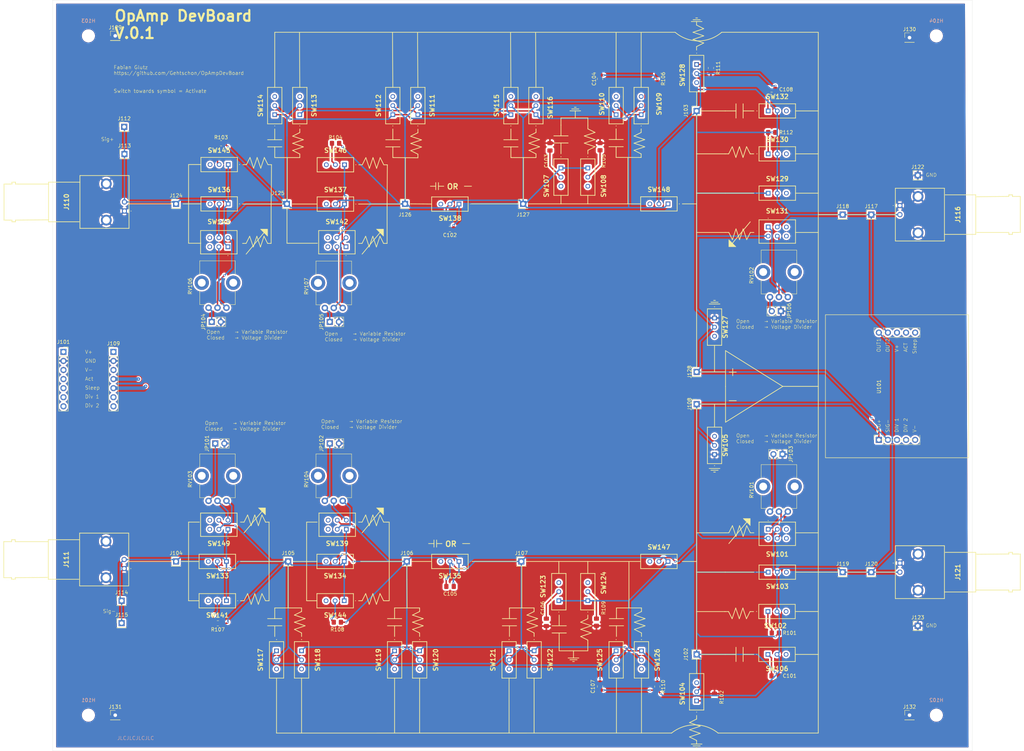
<source format=kicad_pcb>
(kicad_pcb (version 20240108) (generator "pcbnew") (generator_version "8.0")
  (layers (0 "F.Cu" signal) (1 "In1.Cu" signal "FSignal.Cu") (2 "In2.Cu" power "GND.Cu") (31 "B.Cu" signal) (34 "B.Paste" user) (35 "F.Paste" user) (36 "B.SilkS" user "B.Silkscreen") (37 "F.SilkS" user "F.Silkscreen") (38 "B.Mask" user) (39 "F.Mask" user) (44 "Edge.Cuts" user))
  (net 0 "")
  (net 1 "Net-(J102-Pin_1)")
  (net 2 "Net-(SW106-A)")
  (net 3 "Net-(J126-Pin_1)")
  (net 4 "Net-(J103-Pin_1)")
  (net 5 "GND")
  (net 6 "Net-(SW107-B)")
  (net 7 "Net-(SW110-A)")
  (net 8 "Net-(J116-Signal)")
  (net 9 "Net-(J106-Pin_1)")
  (net 10 "Net-(SW123-B)")
  (net 11 "Net-(SW117-A)")
  (net 12 "Net-(J119-Pin_1)")
  (net 13 "Net-(SW132-A)")
  (net 14 "/V-")
  (net 15 "/Div2")
  (net 16 "/Div1")
  (net 17 "/Sleep")
  (net 18 "/Act")
  (net 19 "/V+")
  (net 20 "Net-(J104-Pin_1)")
  (net 21 "Net-(J105-Pin_1)")
  (net 22 "Net-(J110-Signal)")
  (net 23 "Net-(SW102-A)")
  (net 24 "Net-(SW104-A)")
  (net 25 "Net-(J125-Pin_1)")
  (net 26 "Net-(SW108-B)")
  (net 27 "Net-(SW109-A)")
  (net 28 "Net-(SW124-B)")
  (net 29 "Net-(SW118-A)")
  (net 30 "Net-(SW128-A)")
  (net 31 "Net-(SW130-A)")
  (net 32 "Net-(JP101-A)")
  (net 33 "Net-(JP102-A)")
  (net 34 "Net-(JP103-B)")
  (net 35 "Net-(JP104-A)")
  (net 36 "Net-(SW141-B)")
  (net 37 "Net-(JP105-A)")
  (net 38 "Net-(JP106-B)")
  (net 39 "Net-(SW144-B)")
  (net 40 "Net-(SW145-B)")
  (net 41 "Net-(SW146-B)")
  (net 42 "Net-(J127-Pin_1)")
  (net 43 "Net-(J107-Pin_1)")
  (net 44 "Net-(RV101-Pad2)")
  (net 45 "Net-(RV101-Pad1)")
  (net 46 "Net-(RV102-Pad1)")
  (net 47 "Net-(RV102-Pad2)")
  (net 48 "Net-(RV103-Pad2)")
  (net 49 "Net-(RV103-Pad1)")
  (net 50 "Net-(RV104-Pad2)")
  (net 51 "Net-(RV104-Pad1)")
  (net 52 "Net-(RV106-Pad2)")
  (net 53 "Net-(RV106-Pad1)")
  (net 54 "Net-(RV107-Pad2)")
  (net 55 "Net-(RV107-Pad1)")
  (footprint "OpAmpDevBoard_Mouser:SS12SDP2" (layer "F.Cu") (at 113.58 227)
    (property "Reference" "SW118")
    (property "Value" "SW_SPST" (hide yes))
  )
  (footprint "Connector_PinHeader_2.54mm:PinHeader_1x01_P2.54mm_Vertical" (layer "F.Cu") (at 224 158)
    (property "Reference" "J108")
    (property "Value" "Conn_01x01_Pin")
  )
  (footprint "Connector_PinHeader_2.54mm:PinHeader_1x01_P2.54mm_Vertical" (layer "F.Cu") (at 285.805 220)
    (property "Reference" "J123")
    (property "Value" "Conn_01x01_Pin")
  )
  (footprint "Connector_PinHeader_2.54mm:PinHeader_1x01_P2.54mm_Vertical" (layer "F.Cu") (at 143 202)
    (property "Reference" "J106")
    (property "Value" "Conn_01x01_Pin")
  )
  (footprint "OpAmpDevBoard_Mouser:SS12SDP2" (layer "F.Cu") (at 125.5 213 -90)
    (property "Reference" "SW144")
    (property "Value" "SW_SPST" (hide yes))
  )
  (footprint "OpAmpDevBoard_Mouser:2271612" (layer "F.Cu") (at 280.805 202.46 -90)
    (property "Reference" "J121")
    (property "Value" "227161-2" (hide yes))
  )
  (footprint "OpAmpDevBoard_Mouser:SS12SDP2" (layer "F.Cu") (at 229 172.08 180)
    (property "Reference" "SW105")
    (property "Value" "SW_SPST" (hide yes))
  )
  (footprint "OpAmpDevBoard_Mouser:2271612" (layer "F.Cu") (at 280.805 102.46 -90)
    (property "Reference" "J116")
    (property "Value" "227161-2" (hide yes))
  )
  (footprint "OpAmpDevBoard_Mouser:SS12SDP2" (layer "F.Cu") (at 229 133.92)
    (property "Reference" "SW127")
    (property "Value" "SW_SPST" (hide yes))
  )
  (footprint "OpAmpDevBoard_Mouser:SS12SDP2" (layer "F.Cu") (at 243.92 228 90)
    (property "Reference" "SW106")
    (property "Value" "SW_SPST" (hide yes))
  )
  (footprint "OpAmpDevBoard_Mouser:SS12SDP2" (layer "F.Cu") (at 92.58 213 -90)
    (property "Reference" "SW141")
    (property "Value" "SW_SPST" (hide yes))
  )
  (footprint "Connector_PinHeader_2.54mm:PinHeader_1x01_P2.54mm_Vertical" (layer "F.Cu") (at 78.5 202)
    (property "Reference" "J104")
    (property "Value" "Conn_01x01_Pin")
  )
  (footprint "OpampDeVBoard_Foot_Lib:PTV09A-1_Vertical" (layer "F.Cu") (at 249.5 188.05 90)
    (property "Reference" "RV101")
    (property "Value" "R_Potentiometer")
  )
  (footprint "Capacitor_SMD:C_0805_2012Metric_Pad1.18x1.45mm_HandSolder" (layer "F.Cu") (at 155.0425 109.05 180)
    (property "Reference" "C102")
    (property "Value" "C_Small" (hide yes))
  )
  (footprint "OpAmpDevBoard_Mouser:SS22SDP2" (layer "F.Cu") (at 93 193 -90)
    (property "Reference" "SW149")
    (property "Value" "SS22S" (hide yes))
  )
  (footprint "OpAmpDevBoard_Mouser:SS12SDP2" (layer "F.Cu") (at 208.5 77.05 180)
    (property "Reference" "SW109")
    (property "Value" "SW_SPST" (hide yes))
  )
  (footprint "OpAmpDevBoard_Mouser:SS12SDP2" (layer "F.Cu") (at 139.58 227)
    (property "Reference" "SW119")
    (property "Value" "SW_SPST" (hide yes))
  )
  (footprint "OpampDeVBoard_Foot_Lib:PTV09A-1_Vertical" (layer "F.Cu") (at 125.08 131.1 90)
    (property "Reference" "RV107")
    (property "Value" "R_Potentiometer")
  )
  (footprint "Resistor_SMD:R_0805_2012Metric_Pad1.20x1.40mm_HandSolder" (layer "F.Cu") (at 197 86 -90)
    (property "Reference" "R105")
    (property "Value" "R_Small" (hide yes))
  )
  (footprint "OpAmpDevBoard_Mouser:SS12SDP2" (layer "F.Cu") (at 243.92 216 90)
    (property "Reference" "SW102")
    (property "Value" "SW_SPST" (hide yes))
  )
  (footprint "OpAmpDevBoard_Mouser:SS12SDP2" (layer "F.Cu") (at 92.58 202 -90)
    (property "Reference" "SW133")
    (property "Value" "SW_SPST" (hide yes))
  )
  (footprint "Connector_PinHeader_2.54mm:PinHeader_1x01_P2.54mm_Vertical" (layer "F.Cu") (at 264.805 105)
    (property "Reference" "J118")
    (property "Value" "Conn_01x01_Pin")
  )
  (footprint "OpAmpDevBoard_Mouser:SS12SDP2" (layer "F.Cu") (at 224 241 180)
    (property "Reference" "SW104")
    (property "Value" "SW_SPST" (hide yes))
  )
  (footprint "OpAmpDevBoard_Mouser:SS12SDP2" (layer "F.Cu") (at 201.5 227)
    (property "Reference" "SW125")
    (property "Value" "SW_SPST" (hide yes))
  )
  (footprint "Connector_PinHeader_2.54mm:PinHeader_1x01_P2.54mm_Vertical" (layer "F.Cu") (at 272.805 205)
    (property "Reference" "J120")
    (property "Value" "Conn_01x01_Pin")
  )
  (footprint "Connector_PinHeader_2.54mm:PinHeader_1x01_P2.54mm_Vertical" (layer "F.Cu") (at 224 76)
    (property "Reference" "J103")
    (property "Value" "Conn_01x01_Pin")
  )
  (footprint "OpAmpDevBoard_Mouser:SS12SDP2" (layer "F.Cu") (at 244 99 90)
    (property "Reference" "SW129")
    (property "Value" "SW_SPST" (hide yes))
  )
  (footprint "OpampDeVBoard_Foot_Lib:PTV09A-1_Vertical" (layer "F.Cu") (at 125.08 185.05 90)
    (property "Reference" "RV104")
    (property "Value" "R_Potentiometer")
  )
  (footprint "Connector_PinHeader_2.54mm:PinHeader_1x01_P2.54mm_Vertical" (layer "F.Cu") (at 61.5 245)
    (property "Reference" "J131")
    (property "Value" "Conn_01x01_Pin")
  )
  (footprint "OpAmpDevBoard_Mouser:SS12SDP2" (layer "F.Cu") (at 139.08 77.05 180)
    (property "Reference" "SW112")
    (property "Value" "SW_SPST" (hide yes))
  )
  (footprint "OpAmpDevBoard_Mouser:SS12SDP2" (layer "F.Cu") (at 113.08 77.05 180)
    (property "Reference" "SW113")
    (property "Value" "SW_SPST" (hide yes))
  )
  (footprint "Connector_PinHeader_2.54mm:PinHeader_1x01_P2.54mm_Vertical" (layer "F.Cu") (at 63.28 213)
    (property "Reference" "J114")
    (property "Value" "Conn_01x01_Pin")
  )
  (footprint "OpAmpDevBoard_Mouser:SS12SDP2" (layer "F.Cu") (at 125.5 202 -90)
    (property "Reference" "SW134")
    (property "Value" "SW_SPST" (hide yes))
  )
  (footprint "Connector_PinHeader_2.54mm:PinHeader_1x07_P2.54mm_Vertical" (layer "F.Cu") (at 61 143.38)
    (property "Reference" "J109")
    (property "Value" "Conn_01x07_Socket")
  )
  (footprint "Resistor_SMD:R_0805_2012Metric_Pad1.20x1.40mm_HandSolder" (layer "F.Cu") (at 91.08 85.05)
    (property "Reference" "R103")
    (property "Value" "R_Small" (hide yes))
  )
  (footprint "Connector_PinHeader_2.54mm:PinHeader_1x01_P2.54mm_Vertical" (layer "F.Cu") (at 142.5 102)
    (property "Reference" "J126")
    (property "Value" "Conn_01x01_Pin")
  )
  (footprint "OpAmpDevBoard_Mouser:SS12SDP2" (layer "F.Cu") (at 216 202 -90)
    (property "Reference" "SW147")
    (property "Value" "SW_SPST" (hide yes))
  )
  (footprint "OpAmpDevBoard_Mouser:SS22SDP2" (layer "F.Cu") (at 244 108.46 90)
    (property "Reference" "SW131")
    (property "Value" "SS22S" (hide yes))
  )
  (footprint "Connector_PinHeader_2.54mm:PinHeader_1x01_P2.54mm_Vertical" (layer "F.Cu") (at 61.5 55)
    (property "Reference" "J129")
    (property "Value" "Conn_01x01_Pin")
  )
  (footprint "Capacitor_SMD:C_0805_2012Metric_Pad1.18x1.45mm_HandSolder" (layer "F.Cu") (at 245.9625 234 180)
    (property "Reference" "C101")
    (property "Value" "C_Small" (hide yes))
  )
  (footprint "Connector_PinHeader_2.54mm:PinHeader_1x01_P2.54mm_Vertical" (layer "F.Cu") (at 109.5 102)
    (property "Reference" "J125")
    (property "Value" "Conn_01x01_Pin")
  )
  (footprint "Connector_PinHeader_2.54mm:PinHeader_1x01_P2.54mm_Vertical" (layer "F.Cu") (at 283.5 55.5)
    (property "Reference" "J130")
    (property "Value" "Conn_01x01_Pin")
  )
  (footprint "OpAmpDevBoard_Mouser:SS12SDP2" (layer "F.Cu") (at 146.58 227)
    (property "Reference" "SW120")
    (property "Value" "SW_SPST" (hide yes))
  )
  (footprint "OpAmpDevBoard_Mouser:SS12SDP2" (layer "F.Cu") (at 157.58 102.05 -90)
    (property "Reference" "SW138")
    (property "Value" "SW_SPST" (hide yes))
  )
  (footprint "OpAmpDevBoard_Mouser:SS12SDP2" (layer "F.Cu") (at 179.08 77.05 180)
    (property "Reference" "SW116")
    (property "Value" "SW_SPST" (hide yes))
  )
  (footprint "OpAmpDevBoard_Mouser:2271612" (layer "F.Cu") (at 64 204 90)
    (property "Reference" "J111")
    (property "Value" "227161-2" (hide yes))
  )
  (footprint "OpAmpDevBoard_Mouser:SS12SDP2" (layer "F.Cu") (at 193.58 91.97)
    (property "Reference" "SW108")
    (property "Value" "SW_SPST" (hide yes))
  )
  (footprint "OpAmpDevBoard_Mouser:SS12SDP2" (layer "F.Cu") (at 208.58 227)
    (property "Reference" "SW126")
    (property "Value" "SW_SPST" (hide yes))
  )
  (footprint "Connector_PinHeader_2.54mm:PinHeader_1x02_P2.54mm_Vertical" (layer "F.Cu") (at 89.46 169 90)
    (property "Reference" "JP101")
    (property "Value" "Jumper_2_Small_Bridged" (hide yes))
  )
  (footprint "Connector_PinHeader_2.54mm:PinHeader_1x02_P2.54mm_Vertical" (layer "F.Cu") (at 121.46 135 90)
    (property "Reference" "JP105")
    (property "Value" "Jumper_2_Small_Bridged" (hide yes))
  )
  (footprint "Resistor_SMD:R_0805_2012Metric_Pad1.20x1.40mm_HandSolder" (layer "F.Cu") (at 123.08 85.05)
    (property "Reference" "R104")
    (property "Value" "R_Small" (hide yes))
  )
  (footprint "Capacitor_SMD:C_0805_2012Metric_Pad1.18x1.45mm_HandSolder" (layer "F.Cu") (at 244.9625 70 180)
    (property "Reference" "C108")
    (property "Value" "C_Small" (hide yes))
  )
  (footprint "Capacitor_SMD:C_0805_2012Metric_Pad1.18x1.45mm_HandSolder" (layer "F.Cu") (at 197 236.9625 -90)
    (property "Reference" "C107")
    (property "Value" "C_Small" (hide yes))
  )
  (footprint "Connector_PinHeader_2.54mm:PinHeader_1x01_P2.54mm_Vertical" (layer "F.Cu") (at 285.805 94)
    (property "Reference" "J122")
    (property "Value" "Conn_01x01_Pin")
  )
  (footprint "Connector_PinHeader_2.54mm:PinHeader_1x01_P2.54mm_Vertical" (layer "F.Cu") (at 175.5 102)
    (property "Reference" "J127")
    (property "Value" "Conn_01x01_Pin")
  )
  (footprint "Connector_PinHeader_2.54mm:PinHeader_1x02_P2.54mm_Vertical" (layer "F.Cu") (at 248 172 -90)
    (property "Reference" "JP103")
    (property "Value" "Jumper_2_Small_Bridged" (hide yes))
  )
  (footprint "OpampDeVBoard_Foot_Lib:OpAmpBoardConnector" (layer "F.Cu") (at 280 153 90)
    (property "Reference" "U101")
    (property "Value" "DoualOutOpAmpGeneric")
  )
  (footprint "Resistor_SMD:R_0805_2012Metric_Pad1.20x1.40mm_HandSolder" (layer "F.Cu") (at 213 67 -90)
    (property "Reference" "R106")
    (property "Value" "R_Small" (hide yes))
  )
  (footprint "OpAmpDevBoard_Mouser:SS12SDP2" (layer "F.Cu") (at 244 88 90)
    (property "Reference" "SW130")
    (property "Value" "SW_SPST" (hide yes))
  )
  (footprint "Resistor_SMD:R_0805_2012Metric_Pad1.20x1.40mm_HandSolder" (layer "F.Cu") (at 213 237 -90)
    (property "Reference" "R110")
    (property "Value" "R_Small" (hide yes))
  )
  (footprint "Connector_PinHeader_2.54mm:PinHeader_1x01_P2.54mm_Vertical" (layer "F.Cu") (at 224 228)
    (property "Reference" "J102")
    (property "Value" "Conn_01x01_Pin")
  )
  (footprint "OpAmpDevBoard_Mouser:SS22SDP2" (layer "F.Cu") (at 93 114 -90)
    (property "Reference" "SW140")
    (property "Value" "SS22S" (hide yes))
  )
  (footprint "OpAmpDevBoard_Mouser:SS22SDP2" (layer "F.Cu") (at 126 114 -90)
    (property "Reference" "SW142")
    (property "Value" "SS22S" (hide yes))
  )
  (footprint "OpAmpDevBoard_Mouser:SS12SDP2" (layer "F.Cu") (at 106.58 227)
    (property "Reference" "SW117")
    (property "Value" "SW_SPST" (hide yes))
  )
  (footprint "OpAmpDevBoard_Mouser:SS12SDP2" (layer "F.Cu") (at 93.08 91 -90)
    (property "Reference" "SW145")
    (property "Value" "SW_SPST" (hide yes))
  )
  (footprint "OpAmpDevBoard_Mouser:SS12SDP2" (layer "F.Cu") (at 193.58 213 180)
    (property "Reference" "SW124")
    (property "Value" "SW_SPST" (hide yes))
  )
  (footprint "OpAmpDevBoard_Mouser:SS12SDP2" (layer "F.Cu") (at 106.08 77.05 180)
    (property "Reference" "SW114")
    (property "Value" "SW_SPST" (hide yes))
  )
  (footprint "OpAmpDevBoard_Mouser:SS12SDP2" (layer "F.Cu") (at 185.48 213 180)
    (property "Reference" "SW123")
    (property "Value" "SW_SPST" (hide yes))
  )
  (footprint "OpampDeVBoard_Foot_Lib:PTV09A-1_Vertical" (layer "F.Cu") (at 92.58 131.05 90)
    (property "Reference" "RV106")
    (property "Value" "R_Potentiometer")
  )
  (footprint "OpAmpDevBoard_Mouser:SS12SDP2" (layer "F.Cu") (at 186.08 91.97)
    (property "Reference" "SW107")
    (property "Value" "SW_SPST" (hide yes))
  )
  (footprint "Connector_PinHeader_2.54mm:PinHeader_1x02_P2.54mm_Vertical" (layer "F.Cu") (at 88.46 135 90)
    (property "Reference" "JP104")
    (property "Value" "Jumper_2_Small_Bridged" (hide yes))
  )
  (footprint "OpAmpDevBoard_Mouser:SS22SDP2" (layer "F.Cu") (at 126.08 193 -90)
    (property "Reference" "SW139")
    (property "Value" "SS22S" (hide yes))
  )
  (footprint "OpAmpDevBoard_Mouser:SS12SDP2" (layer "F.Cu") (at 201.5 77.05 180)
    (property "Reference" "SW110")
    (property "Value" "SW_SPST" (hide yes))
  )
  (footprint "Resistor_SMD:R_0805_2012Metric_Pad1.20x1.40mm_HandSolder" (layer "F.Cu") (at 196 219 90)
    (property "Reference" "R109")
    (property "Value" "R_Small" (hide yes))
  )
  (footprint "Connector_PinHeader_2.54mm:PinHeader_1x01_P2.54mm_Vertical" (layer "F.Cu") (at 224 149)
    (property "Reference" "J128")
    (property "Value" "Conn_01x01_Pin")
  )
  (footprint "Capacitor_SMD:C_0805_2012Metric_Pad1.18x1.45mm_HandSolder" (layer "F.Cu") (at 155.08 209 180)
    (property "Reference" "C105")
    (property "Value" "C_Small" (hide yes))
  )
  (footprint "Capacitor_SMD:C_0805_2012Metric_Pad1.18x1.45mm_HandSolder" (layer "F.Cu") (at 182 219.0375 90)
    (property "Reference" "C106")
    (property "Value" "C_Small" (hide yes))
  )
  (footprint "OpAmpDevBoard_Mouser:SS12SDP2" (layer "F.Cu") (at 244 76 90)
    (property "Reference" "SW132")
    (property "Value" "SW_SPST" (hide yes))
  )
  (footprint "Connector_PinHeader_2.54mm:PinHeader_1x02_P2.54mm_Vertical" (layer "F.Cu") (at 121.46 169 90)
    (property "Reference" "JP102")
    (property "Value" "Jumper_2_Small_Bridged" (hide yes))
  )
  (footprint "OpAmpDevBoard_Mouser:SS12SDP2" (layer "F.Cu") (at 146.08 77.05 180)
    (property "Reference" "SW111")
    (property "Value" "SW_SPST" (hide yes))
  )
  (footprint "OpAmpDevBoard_Mouser:SS12SDP2" (layer "F.Cu") (at 157.58 202 -90)
    (property "Reference" "SW135")
    (property "Value" "SW_SPST" (hide yes))
  )
  (footprint "OpAmpDevBoard_Mouser:SS22SDP2" (layer "F.Cu") (at 244 193 90)
    (property "Reference" "SW101")
    (property "Value" "SS22S" (hide yes))
  )
  (footprint "OpAmpDevBoard_Mouser:SS12SDP2" (layer "F.Cu") (at 93.08 102 -90)
    (property "Reference" "SW136")
    (property "Value" "SW_SPST" (hide yes))
  )
  (footprint "Connector_PinHeader_2.54mm:PinHeader_1x01_P2.54mm_Vertical" (layer "F.Cu") (at 109.83 202)
    (property "Reference" "J105")
    (property "Value" "Conn_01x01_Pin")
  )
  (footprint "OpampDeVBoard_Foot_Lib:PTV09A-1_Vertical" (layer "F.Cu") (at 249.5 128.05 90)
    (property "Reference" "RV102")
    (property "Value" "R_Potentiometer")
  )
  (footprint "Connector_PinSocket_2.54mm:PinSocket_1x07_P2.54mm_Vertical" (layer "F.Cu") (at 47.025 143.38)
    (property "Reference" "J101")
    (property "Value" "Conn_01x07")
  )
  (footprint "Resistor_SMD:R_0805_2012Metric_Pad1.20x1.40mm_HandSolder" (layer "F.Cu") (at 123.58 219)
    (property "Reference" "R108")
    (property "Value" "R_Small" (hide yes))
  )
  (footprint "Connector_PinHeader_2.54mm:PinHeader_1x02_P2.54mm_Vertical" (layer "F.Cu") (at 247.54 132 -90)
    (property "Reference" "JP106")
    (property "Value" "Jumper_2_Small_Bridged" (hide yes))
  )
  (footprint "Resistor_SMD:R_0805_2012Metric_Pad1.20x1.40mm_HandSolder" (layer "F.Cu") (at 246 222 180)
    (property "Reference" "R101")
    (property "Value" "R_Small" (hide yes))
  )
  (footprint "Capacitor_SMD:C_0805_2012Metric_Pad1.18x1.45mm_HandSolder" (layer "F.Cu") (at 197 67.0375 90)
    (property "Reference" "C104")
    (property "Value" "C_Small" (hide yes))
  )
  (footprint "OpAmpDevBoard_Mouser:2271612" (layer "F.Cu") (at 64.08 104 90)
    (property "Reference" "J110")
    (property "Value" "227161-2" (hide yes))
  )
  (footprint "Connector_PinHeader_2.54mm:PinHeader_1x01_P2.54mm_Vertical" (layer "F.Cu") (at 63.28 219.25)
    (property "Reference" "J115")
    (property "Value" "Conn_01x01_Pin")
  )
  (footprint "OpAmpDevBoard_Mouser:SS12SDP2" (layer "F.Cu") (at 125.58 91.05 -90)
    (property "Reference" "SW146")
    (property "Value" "SW_SPST" (hide yes))
  )
  (footprint "Connector_PinHeader_2.54mm:PinHeader_1x01_P2.54mm_Vertical" (layer "F.Cu") (at 283.5 245)
    (property "Reference" "J132")
    (property "Value" "Conn_01x01_Pin")
  )
  (footprint "Connector_PinHeader_2.54mm:PinHeader_1x01_P2.54mm_Vertical" (layer "F.Cu") (at 64 80.45)
    (property "Reference" "J112")
    (property "Value" "Conn_01x01_Pin")
  )
  (footprint "OpAmpDevBoard_Mouser:SS12SDP2" (layer "F.Cu") (at 244 205 90)
    (property "Reference" "SW103")
    (property "Value" "SW_SPST" (hide yes))
  )
  (footprint "Connector_PinHeader_2.54mm:PinHeader_1x01_P2.54mm_Vertical" (layer "F.Cu") (at 175 202)
    (property "Reference" "J107")
    (property "Value" "Conn_01x01_Pin")
  )
  (footprint "Resistor_SMD:R_0805_2012Metric_Pad1.20x1.40mm_HandSolder" (layer "F.Cu") (at 245 82 180)
    (property "Reference" "R112")
    (property "Value" "R_Small" (hide yes))
  )
  (footprint "OpAmpDevBoard_Mouser:SS12SDP2" (layer "F.Cu") (at 171.58 227)
    (property "Reference" "SW121")
    (property "Value" "SW_SPST" (hide yes))
  )
  (footprint "Connector_PinHeader_2.54mm:PinHeader_1x01_P2.54mm_Vertical" (layer "F.Cu") (at 78.5 102)
    (property "Reference" "J124")
    (property "Value" "Conn_01x01_Pin")
  )
  (footprint "Capacitor_SMD:C_0805_2012Metric_Pad1.18x1.45mm_HandSolder" (layer "F.Cu") (at 183 86.0375 -90)
    (property "Reference" "C103")
    (property "Value" "C_Small" (hide yes))
  )
  (footprint "OpAmpDevBoard_Mouser:SS12SDP2" (layer "F.Cu") (at 216 102 -90)
    (property "Reference" "SW148")
    (property "Value" "SW_SPST" (hide yes))
  )
  (footprint "Resistor_SMD:R_0805_2012Metric_Pad1.20x1.40mm_HandSolder" (layer "F.Cu") (at 229 240 90)
    (property "Reference" "R102")
    (property "Value" "R_Small" (hide yes))
  )
  (footprint "OpampDeVBoard_Foot_Lib:PTV09A-1_Vertical" (layer "F.Cu") (at 92.58 185.05 90)
    (property "Reference" "RV103")
    (property "Value" "R_Potentiometer")
  )
  (footprint "OpAmpDevBoard_Mouser:SS12SDP2" (layer "F.Cu") (at 178.58 227)
    (property "Reference" "SW122")
    (property "Value" "SW_SPST" (hide yes))
  )
  (footprint "Connector_PinHeader_2.54mm:PinHeader_1x01_P2.54mm_Vertical" (layer "F.Cu") (at 64.08 88.05)
    (property "Reference" "J113")
    (property "Value" "Conn_01x01_Pin")
  )
  (footprint "Connector_PinHeader_2.54mm:PinHeader_1x01_P2.54mm_Vertical" (layer "F.Cu") (at 272.805 105)
    (property "Reference" "J117")
    (property "Value" "Conn_01x01_Pin")
  )
  (footprint "OpAmpDevBoard_Mouser:SS12SDP2" (layer "F.Cu") (at 172.08 77.05 180)
    (property "Reference" "SW115")
    (property "Value" "SW_SPST" (hide yes))
  )
  (footprint "Connector_PinHeader_2.54mm:PinHeader_1x01_P2.54mm_Vertical" (layer "F.Cu") (at 264.805 205)
    (property "Reference" "J119")
    (property "Value" "Conn_01x01_Pin")
  )
  (footprint "Resistor_SMD:R_0805_2012Metric_Pad1.20x1.40mm_HandSolder" (layer "F.Cu") (at 228 64 -90)
    (property "Reference" "R111")
    (property "Value" "R_Small" (hide yes))
  )
  (footprint "OpAmpDevBoard_Mouser:SS12SDP2" (layer "F.Cu") (at 125.58 102.05 -90)
    (property "Reference" "SW137")
    (property "Value" "SW_SPST" (hide yes))
  )
  (footprint "Resistor_SMD:R_0805_2012Metric_Pad1.20x1.40mm_HandSolder" (layer "F.Cu") (at 90.18 219.3)
    (property "Reference" "R107")
    (property "Value" "R_Small" (hide yes))
  )
  (footprint "OpAmpDevBoard_Mouser:SS12SDP2" (layer "F.Cu") (at 224 63)
    (property "Reference" "SW128")
    (property "Value" "SW_SPST" (hide yes))
  )
  (footprint "OpampDeVBoard_Foot_Lib:Spacer" (layer "B.Cu") (at 291 245 180)
    (property "Reference" "H102")
    (property "Value" "MountingHole")
  )
  (footprint "OpampDeVBoard_Foot_Lib:Spacer" (layer "B.Cu") (at 54 245 180)
    (property "Reference" "H101")
    (property "Value" "MountingHole")
  )
  (footprint "OpampDeVBoard_Foot_Lib:Spacer" (layer "B.Cu") (at 291 55 180)
    (property "Reference" "H104")
    (property "Value" "MountingHole")
  )
  (footprint "OpampDeVBoard_Foot_Lib:Spacer" (layer "B.Cu") (at 54 55 180)
    (property "Reference" "H103")
    (property "Value" "MountingHole")
  )
  (gr_line (start 208.5 81.0251) (end 208.5 82.0251) (stroke (width 0.2)) (layer "F.SilkS"))
  (gr_line (start 175.13 215) (end 175.13 203.26928) (stroke (width 0.2)) (layer "F.SilkS"))
  (gr_line (start 104.5 202) (end 108.5 202) (stroke (width 0.2)) (layer "F.SilkS"))
  (gr_line (start 224 245.08) (end 224 246.08) (stroke (width 0.2)) (layer "F.SilkS"))
  (gr_line (start 115 202) (end 115 213) (stroke (width 0.2)) (layer "F.SilkS"))
  (gr_line (start 188.08 82.97) (end 184.08 82.97) (stroke (width 0.2)) (layer "F.SilkS"))
  (gr_line (start 224 226.67) (end 224 159.33) (stroke (width 0.2)) (layer "F.SilkS"))
  (gr_line (start 144.092651 85.096847) (end 147.092651 86.096847) (stroke (width 0.2)) (layer "F.SilkS"))
  (gr_line (start 135.5 211) (end 134.5 214) (stroke (width 0.2)) (layer "F.SilkS"))
  (gr_line (start 171.58 234.64) (end 171.58 250) (stroke (width 0.2)) (layer "F.SilkS"))
  (gr_line (start 178.58 215) (end 178.58 216) (stroke (width 0.2)) (layer "F.SilkS"))
  (gr_line (start 103.170223 89.025123) (end 102.170223 92.025123) (stroke (width 0.2)) (layer "F.SilkS"))
  (gr_line (start 177 102) (end 208.36 102) (stroke (width 0.2)) (layer "F.SilkS"))
  (gr_line (start 232 99) (end 224 99) (stroke (width 0.2)) (layer "F.SilkS"))
  (gr_line (start 131.5 211) (end 130.5 213) (stroke (width 0.2)) (layer "F.SilkS"))
  (gr_line (start 138 213) (end 137.5 213) (stroke (width 0.2)) (layer "F.SilkS"))
  (gr_line (start 159.08 97.05) (end 161.08 97.05) (stroke (width 0.2)) (layer "F.SilkS"))
  (gr_line (start 104.08 218) (end 108.08 218) (stroke (width 0.2)) (layer "F.SilkS"))
  (gr_line (start 232.08 153.05) (end 232.08 143.05) (stroke (width 0.2)) (layer "F.SilkS"))
  (gr_line (start 106.08 69.41) (end 106.08 53.999792) (stroke (width 0.2)) (layer "F.SilkS"))
  (gr_line (start 133.5 211) (end 132.5 214) (stroke (width 0.2)) (layer "F.SilkS"))
  (gr_line (start 208.5 82.0251) (end 206.5 83.0251) (stroke (width 0.2)) (layer "F.SilkS"))
  (gr_line (start 110 113) (end 109.5 113) (stroke (width 0.2)) (layer "F.SilkS"))
  (gr_line (start 191.58 219) (end 194.58 220) (stroke (width 0.2)) (layer "F.SilkS"))
  (gr_line (start 234.085068 150.052581) (end 234.085068 148.052581) (stroke (width 0.2)) (layer "F.SilkS"))
  (gr_line (start 193.58 225) (end 193.58 227) (stroke (width 0.2)) (layer "F.SilkS"))
  (gr_line (start 103.5 191) (end 102.5 189) (stroke (width 0.2)) (layer "F.SilkS"))
  (gr_line (start 177.107939 85.024277) (end 180.107939 86.024277) (stroke (width 0.2)) (layer "F.SilkS"))
  (gr_line (start 248.08 153.05) (end 258.000126 153.05) (stroke (width 0.2)) (layer "F.SilkS"))
  (gr_line (start 106.08 223) (end 106.08 220) (stroke (width 0.2)) (layer "F.SilkS"))
  (gr_line (start 139.58 218) (end 139.58 215) (stroke (width 0.2)) (layer "F.SilkS"))
  (gr_line (start 85.44 113) (end 82 113) (stroke (width 0.2)) (layer "F.SilkS"))
  (gr_line (start 117.94 102.05) (end 110.99982 102.05) (stroke (width 0.2)) (layer "F.SilkS"))
  (gr_line (start 105.170223 91.025123) (end 105.08 102.05) (stroke (width 0.2)) (layer "F.SilkS"))
  (gr_line (start 171.68 223) (end 171.68 220) (stroke (width 0.2)) (layer "F.SilkS"))
  (gr_line (start 106.08 89.05) (end 113.08 89.05) (stroke (width 0.2)) (layer "F.SilkS"))
  (gr_line (start 178.58 216) (end 176.58 217) (stroke (width 0.2)) (layer "F.SilkS"))
  (gr_line (start 201.5 89) (end 208.5 89.0251) (stroke (width 0.2)) (layer "F.SilkS"))
  (gr_line (start 106.08 218) (end 106.08 215) (stroke (width 0.2)) (layer "F.SilkS"))
  (gr_line (start 192.593837 83.012851) (end 195.593837 82.012851) (stroke (width 0.2)) (layer "F.SilkS"))
  (gr_line (start 97.08 102.05) (end 105.08 102.05) (stroke (width 0.2)) (layer "F.SilkS"))
  (gr_line (start 224 70.64) (end 224 74.67) (stroke (width 0.2)) (layer "F.SilkS"))
  (gr_line (start 135.5 189) (end 134.5 192) (stroke (width 0.2)) (layer "F.SilkS"))
  (gr_line (start 102.5 189) (end 101.5 192) (stroke (width 0.2)) (layer "F.SilkS"))
  (gr_line (start 222 251.08) (end 224 252.08) (stroke (width 0.2)) (layer "F.SilkS"))
  (gr_line (start 236.924322 215.025699) (end 237.924322 218.025699) (stroke (width 0.2)) (layer "F.SilkS"))
  (gr_line (start 263.475 105) (end 258 105) (stroke (width 0.2)) (layer "F.SilkS"))
  (gr_line (start 195.593837 82.012851) (end 193.593837 81.012851) (stroke (width 0.2)) (layer "F.SilkS"))
  (gr_line (start 104.08 84.05) (end 108.08 84.05) (stroke (width 0.2)) (layer "F.SilkS"))
  (gr_line (start 101.08 111.050018) (end 100.08 114.050018) (stroke (width 0.2)) (layer "F.SilkS"))
  (gr_line (start 98.170223 91.025123) (end 97.170223 91.025123) (stroke (width 0.2)) (layer "F.SilkS"))
  (gr_line (start 193.593837 80.012851) (end 193.593837 77.97) (stroke (width 0.2)) (layer "F.SilkS"))
  (gr_line (start 231.963283 87.999414) (end 223.998279 87.999414) (stroke (width 0.2)) (layer "F.SilkS"))
  (gr_line (start 233 194) (end 232 194) (stroke (width 0.2)) (layer "F.SilkS"))
  (gr_line (start 106.58 234.64) (end 106.58 250.010947) (stroke (width 0.2)) (layer "F.SilkS"))
  (gr_line (start 85.44 102) (end 80.44 102) (stroke (width 0.2)) (layer "F.SilkS"))
  (gr_line (start 179.107939 82.024277) (end 177.107939 83.024277) (stroke (width 0.2)) (layer "F.SilkS"))
  (gr_line (start 129.489777 102.05) (end 137.489777 102.05) (stroke (width 0.2)) (layer "F.SilkS"))
  (gr_line (start 237 76) (end 240 76) (stroke (width 0.2)) (layer "F.SilkS"))
  (gr_line (start 201.58 234.64) (end 201.58 250.005741) (stroke (width 0.2)) (layer "F.SilkS"))
  (gr_line (start 180.107939 86.024277) (end 177.107939 87.024277) (stroke (width 0.2)) (layer "F.SilkS"))
  (gr_line (start 133.5 189) (end 132.5 192) (stroke (width 0.2)) (layer "F.SilkS"))
  (gr_line (start 106.08 89.05) (end 106.08 86.05) (stroke (width 0.2)) (layer "F.SilkS"))
  (gr_line (start 98.08 113.050018) (end 97.08 113.050018) (stroke (width 0.2)) (layer "F.SilkS"))
  (gr_line (start 205.08 215) (end 205.08 201.999754) (stroke (width 0.2)) (layer "F.SilkS"))
  (gr_line (start 172.08 69.41) (end 172 54) (stroke (width 0.2)) (layer "F.SilkS"))
  (gr_line (start 188.08 229) (end 191.08 229) (stroke (width 0.2)) (layer "F.SilkS"))
  (gr_line (start 134.5 192) (end 133.5 189) (stroke (width 0.2)) (layer "F.SilkS"))
  (gr_line (start 137.5 213) (end 136.5 213) (stroke (width 0.2)) (layer "F.SilkS"))
  (gr_line (start 179.58 218) (end 176.58 219) (stroke (width 0.2)) (layer "F.SilkS"))
  (gr_line (start 204.79 89.03755) (end 204.79 102.008653) (stroke (width 0.2)) (layer "F.SilkS"))
  (gr_line (start 138.08 202) (end 141.67 202) (stroke (width 0.2)) (layer "F.SilkS"))
  (gr_line (start 230 250) (end 258 250) (stroke (width 0.2)) (layer "F.SilkS"))
  (gr_line (start 271.475 205) (end 266 205) (stroke (width 0.2)) (layer "F.SilkS"))
  (gr_line (start 98.5 211) (end 97.5 213) (stroke (width 0.2)) (layer "F.SilkS"))
  (gr_line (start 193.58 224) (end 193.58 225) (stroke (width 0.2)) (layer "F.SilkS"))
  (gr_line (start 158.58 197) (end 160.58 197) (stroke (width 0.2)) (layer "F.SilkS"))
  (gr_line (start 139.08 89.05) (end 146.092651 89.096847) (stroke (width 0.2)) (layer "F.SilkS"))
  (gr_line (start 117.94 202) (end 111.128499 202.005139) (stroke (width 0.2)) (layer "F.SilkS"))
  (gr_line (start 191.58 221) (end 194.58 222) (stroke (width 0.2)) (layer "F.SilkS"))
  (gr_line (start 234 192) (end 233 194) (stroke (width 0.2)) (layer "F.SilkS"))
  (gr_line (start 113.08 69.41) (end 113 54) (stroke (width 0.2)) (layer "F.SilkS"))
  (gr_line (start 146.58 216) (end 144.58 217) (stroke (width 0.2)) (layer "F.SilkS"))
  (gr_line (start 225 253.58) (end 223 253.58) (stroke (width 0.2)) (layer "F.SilkS"))
  (gr_line (start 235 109) (end 236 112) (stroke (width 0.2)) (layer "F.SilkS"))
  (gr_line (start 192.593837 85.012851) (end 195.593837 84.012851) (stroke (width 0.2)) (layer "F.SilkS"))
  (gr_line (start 222.985525 56) (end 225.985525 55) (stroke (width 0.2)) (layer "F.SilkS"))
  (gr_line (start 144.58 219) (end 147.58 220) (stroke (width 0.2)) (layer "F.SilkS"))
  (gr_line (start 100.170223 92.025123) (end 99.170223 89.025123) (stroke (width 0.2)) (layer "F.SilkS"))
  (gr_line (start 230.5 130) (end 227.5 130) (stroke (width 0.2)) (layer "F.SilkS"))
  (gr_line (start 232.08 163.05) (end 232.08 153.05) (stroke (width 0.2)) (layer "F.SilkS"))
  (gr_line (start 232 194) (end 224 194) (stroke (width 0.2)) (layer "F.SilkS"))
  (gr_line (start 201.5 69.41) (end 201.5 54) (stroke (width 0.2)) (layer "F.SilkS"))
  (gr_line (start 104.08 113.050018) (end 103.08 111.050018) (stroke (width 0.2)) (layer "F.SilkS"))
  (gr_line (start 222.985525 54) (end 225.985525 53) (stroke (width 0.2)) (layer "F.SilkS"))
  (gr_line (start 232 205) (end 240 205) (stroke (width 0.2)) (layer "F.SilkS"))
  (gr_line (start 100.5 189) (end 99.5 192) (stroke (width 0.2)) (layer "F.SilkS"))
  (gr_line (start 224 233.36) (end 224 229.33) (stroke (width 0.2)) (layer "F.SilkS"))
  (gr_line (start 103.08 111.050018) (end 102.08 114.050018) (stroke (width 0.2)) (layer "F.SilkS"))
  (gr_line (start 151.08 97.05) (end 149.58 97.05) (stroke (width 0.2)) (layer "F.SilkS"))
  (gr_line (start 179.58 220) (end 176.58 221) (stroke (width 0.2)) (layer "F.SilkS"))
  (gr_line (start 139.08 89.05) (end 139.08 86.05) (stroke (width 0.2)) (layer "F.SilkS"))
  (gr_line (start 130.5 213) (end 129.5 213) (stroke (width 0.2)) (layer "F.SilkS"))
  (gr_line (start 237 230) (end 237 226) (stroke (width 0.2)) (layer "F.SilkS"))
  (gr_line (start 130.489777 113.05) (end 129.489777 113.05) (stroke (width 0.2)) (layer "F.SilkS"))
  (gr_line (start 230 176.5) (end 228 176.5) (stroke (width 0.2)) (layer "F.SilkS"))
  (gr_line (start 232.08 143.05) (end 248.08 153.05) (stroke (width 0.2)) (layer "F.SilkS"))
  (gr_line (start 186.08 84.97) (end 186.08 87.97) (stroke (width 0.2)) (layer "F.SilkS"))
  (gr_line (start 170.08 86.05) (end 174.08 86.05) (stroke (width 0.2)) (layer "F.SilkS"))
  (gr_line (start 136.5 191) (end 135.5 189) (stroke (width 0.2)) (layer "F.SilkS"))
  (gr_line (start 224 99) (end 224 77.33) (stroke (width 0.2)) (layer "F.SilkS"))
  (gr_line (start 104.5 213) (end 103.5 213) (stroke (width 0.2)) (layer "F.SilkS"))
  (gr_line (start 199.58 218) (end 203.58 218) (stroke (width 0.2)) (layer "F.SilkS"))
  (gr_line (start 186.08 77.97) (end 190.08 77.97) (stroke (width 0.2)) (layer "F.SilkS"))
  (gr_line (start 232 228) (end 225.321362 228) (stroke (width 0.2)) (layer "F.SilkS"))
  (gr_poly (pts (xy 101.5 187) (xy 103.5 187) (xy 103.5 189)) (stroke (width 0.1)) (fill solid) (layer "F.SilkS"))
  (gr_line (start 171.68 218) (end 171.68 215) (stroke (width 0.2)) (layer "F.SilkS"))
  (gr_line (start 237.924322 218.025699) (end 238.924322 216.025699) (stroke (width 0.2)) (layer "F.SilkS"))
  (gr_line (start 177.107939 83.024277) (end 180.107939 84.024277) (stroke (width 0.2)) (layer "F.SilkS"))
  (gr_line (start 188.58 227) (end 185.58 227) (stroke (width 0.2)) (layer "F.SilkS"))
  (gr_line (start 229.25 129) (end 228.75 129) (stroke (width 0.2)) (layer "F.SilkS"))
  (gr_line (start 238 191) (end 232.999955 196.999963) (stroke (width 0.2)) (layer "F.SilkS"))
  (gr_line (start 114.58 220) (end 111.58 221) (stroke (width 0.2)) (layer "F.SilkS"))
  (gr_line (start 113.58 222) (end 113.58 223) (stroke (width 0.2)) (layer "F.SilkS"))
  (gr_line (start 102.08 114.050018) (end 101.08 111.050018) (stroke (width 0.2)) (layer "F.SilkS"))
  (gr_line (start 111.08 87.05) (end 113.08 88.05) (stroke (width 0.2)) (layer "F.SilkS"))
  (gr_line (start 206.5 83.0251) (end 209.5 84.0251) (stroke (width 0.2)) (layer "F.SilkS"))
  (gr_line (start 151.33 198) (end 151.33 196) (stroke (width 0.2)) (layer "F.SilkS"))
  (gr_line (start 137.58 220) (end 141.58 220) (stroke (width 0.2)) (layer "F.SilkS"))
  (gr_line (start 190.58 229.5) (end 188.58 229.5) (stroke (width 0.2)) (layer "F.SilkS"))
  (gr_poly (pts (xy 235 114) (xy 233 114) (xy 233 112)) (stroke (width 0.1)) (fill solid) (layer "F.SilkS"))
  (gr_line (start 99.5 214) (end 98.5 211) (stroke (width 0.2)) (layer "F.SilkS"))
  (gr_line (start 201.5 84) (end 201.5 81) (stroke (width 0.2)) (layer "F.SilkS"))
  (gr_line (start 233.08 149.05) (end 235.08 149.05) (stroke (width 0.2)) (layer "F.SilkS"))
  (gr_line (start 232.963283 87.999414) (end 231.963283 87.999414) (stroke (width 0.2)) (layer "F.SilkS"))
  (gr_line (start 152.83 197) (end 151.33 197) (stroke (width 0.2)) (layer "F.SilkS"))
  (gr_line (start 146.092651 82.096847) (end 144.092651 83.096847) (stroke (width 0.2)) (layer "F.SilkS"))
  (gr_line (start 222 249.08) (end 225 250.08) (stroke (width 0.2)) (layer "F.SilkS"))
  (gr_line (start 209.58 220) (end 206.58 221) (stroke (width 0.2)) (layer "F.SilkS"))
  (gr_line (start 147.092651 86.096847) (end 144.092651 87.096847) (stroke (width 0.2)) (layer "F.SilkS"))
  (gr_line (start 193.593837 88.012851) (end 193.593837 87.012851) (stroke (width 0.2)) (layer "F.SilkS"))
  (gr_line (start 177.107939 87.024277) (end 179.107939 88.024277) (stroke (width 0.2)) (layer "F.SilkS"))
  (gr_line (start 135.489777 110.05) (end 130.489732 116.049963) (stroke (width 0.2)) (layer "F.SilkS"))
  (gr_line (start 105.170223 91.025123) (end 104.170223 91.025123) (stroke (width 0.2)) (layer "F.SilkS"))
  (gr_line (start 232.924322 216.025699) (end 233.924322 218.025699) (stroke (width 0.2)) (layer "F.SilkS"))
  (gr_line (start 146.092651 81.096847) (end 146.092651 82.096847) (stroke (width 0.2)) (layer "F.SilkS"))
  (gr_line (start 258 250) (end 258 228) (stroke (width 0.2)) (layer "F.SilkS"))
  (gr_line (start 176.300963 202.00514) (end 208.36 202) (stroke (width 0.2)) (layer "F.SilkS"))
  (gr_line (start 233.08 157.05) (end 235.08 157.05) (stroke (width 0.2)) (layer "F.SilkS"))
  (gr_line (start 146.58 215) (end 146.58 216) (stroke (width 0.2)) (layer "F.SilkS"))
  (gr_line (start 134.5 214) (end 133.5 211) (stroke (width 0.2)) (layer "F.SilkS"))
  (gr_line (start 137.08 84.05) (end 141.08 84.05) (stroke (width 0.2)) (layer "F.SilkS"))
  (gr_line (start 105.08 113.050018) (end 105.08 102.05) (stroke (width 0.2)) (layer "F.SilkS"))
  (gr_line (start 131.489777 111.05) (end 130.489777 113.05) (stroke (width 0.2)) (layer "F.SilkS"))
  (gr_line (start 109.5 103.33) (end 109.5 113) (stroke (width 0.2)) (layer "F.SilkS"))
  (gr_line (start 193.58 227) (end 188.58 227) (stroke (width 0.2)) (layer "F.SilkS"))
  (gr_line (start 240 99) (end 232 99) (stroke (width 0.2)) (layer "F.SilkS"))
  (gr_line (start 224 99) (end 224 102) (stroke (width 0.2)) (layer "F.SilkS"))
  (gr_line (start 135.489777 111.05) (end 134.489777 114.05) (stroke (width 0.2)) (layer "F.SilkS"))
  (gr_line (start 191.58 223) (end 193.58 224) (stroke (width 0.2)) (layer "F.SilkS"))
  (gr_line (start 194.58 222) (end 191.58 223) (stroke (width 0.2)) (layer "F.SilkS"))
  (gr_line (start 99.170223 89.025123) (end 98.170223 91.025123) (stroke (width 0.2)) (layer "F.SilkS"))
  (gr_line (start 239 194) (end 238 192) (stroke (width 0.2)) (layer "F.SilkS"))
  (gr_line (start 139.08 84.05) (end 139.08 81.05) (stroke (width 0.2)) (layer "F.SilkS"))
  (gr_line (start 189.33 230) (end 189.83 230) (stroke (width 0.2)) (layer "F.SilkS"))
  (gr_line (start 176.58 219) (end 179.58 220) (stroke (width 0.2)) (layer "F.SilkS"))
  (gr_line (start 137.547618 91.057206) (end 137.489777 102.05) (stroke (width 0.2)) (layer "F.SilkS"))
  (gr_line (start 151.08 98.05) (end 151.08 96.05) (stroke (width 0.2)) (layer "F.SilkS"))
  (gr_line (start 185.58 220) (end 185.58 217) (stroke (width 0.2)) (layer "F.SilkS"))
  (gr_line (start 236 112) (end 237 109) (stroke (width 0.2)) (layer "F.SilkS"))
  (gr_line (start 235.924322 218.025699) (end 236.924322 215.025699) (stroke (width 0.2)) (layer "F.SilkS"))
  (gr_line (start 138.08 202) (end 138.08 190.999709) (stroke (width 0.2)) (layer "F.SilkS"))
  (gr_line (start 239 110) (end 240 110) (stroke (width 0.2)) (layer "F.SilkS"))
  (gr_line (start 232 205) (end 224 205) (stroke (width 0.2)) (layer "F.SilkS"))
  (gr_line (start 208.58 215) (end 208.58 216) (stroke (width 0.2)) (layer "F.SilkS"))
  (gr_poly (pts (xy 102.08 109.050018) (xy 104.08 109.050018) (xy 104.08 111.050018)) (stroke (width 0.1)) (fill solid) (layer "F.SilkS"))
  (gr_line (start 228 129.5) (end 230 129.5) (stroke (width 0.2)) (layer "F.SilkS"))
  (gr_line (start 149.94 202) (end 144.300688 201.999999) (stroke (width 0.2)) (layer "F.SilkS"))
  (gr_line (start 195.593837 84.012851) (end 192.593837 83.012851) (stroke (width 0.2)) (layer "F.SilkS"))
  (gr_line (start 225 250.08) (end 222 251.08) (stroke (width 0.2)) (layer "F.SilkS"))
  (gr_line (start 193.58 205.36) (end 193.58 201.973852) (stroke (width 0.2)) (layer "F.SilkS"))
  (gr_line (start 234.963283 88.999414) (end 233.963283 85.999414) (stroke (width 0.2)) (layer "F.SilkS"))
  (gr_line (start 137.547618 91.057206) (end 136.547618 91.057206) (stroke (width 0.2)) (layer "F.SilkS"))
  (gr_line (start 235 74) (end 235 78) (stroke (width 0.2)) (layer "F.SilkS"))
  (gr_line (start 237 74) (end 237 78) (stroke (width 0.2)) (layer "F.SilkS"))
  (gr_line (start 176.58 221) (end 178.58 222) (stroke (width 0.2)) (layer "F.SilkS"))
  (gr_line (start 218 54) (end 106.08 53.999792) (stroke (width 0.2)) (layer "F.SilkS"))
  (gr_line (start 137.08 86.05) (end 141.08 86.05) (stroke (width 0.2)) (layer "F.SilkS"))
  (gr_line (start 104.08 86.05) (end 108.08 86.05) (stroke (width 0.2)) (layer "F.SilkS"))
  (gr_line (start 251.64 110) (end 258 110) (stroke (width 0.2)) (layer "F.SilkS"))
  (gr_line (start 149.94 102.05) (end 144 102) (stroke (width 0.2)) (layer "F.SilkS"))
  (gr_line (start 100.08 114.050018) (end 99.08 111.050018) (stroke (width 0.2)) (layer "F.SilkS"))
  (gr_line (start 206.5 87.0251) (end 208.5 88.0251) (stroke (width 0.2)) (layer "F.SilkS"))
  (gr_line (start 274 105) (end 279.535 105) (stroke (width 0.2)) (layer "F.SilkS"))
  (gr_line (start 135.547618 89.057206) (end 134.547618 92.057206) (stroke (width 0.2)) (layer "F.SilkS"))
  (gr_line (start 251.64 194) (end 258 194) (stroke (width 0.2)) (layer "F.SilkS"))
  (gr_line (start 208.5 69.41) (end 208.5 54) (stroke (width 0.2)) (layer "F.SilkS"))
  (gr_line (start 236.963283 88.999414) (end 235.963283 85.999414) (stroke (width 0.2)) (layer "F.SilkS"))
  (gr_line (start 223.985525 59) (end 223.985525 58) (stroke (width 0.2)) (layer "F.SilkS"))
  (gr_line (start 251.56 216) (end 258 216) (stroke (width 0.2)) (layer "F.SilkS"))
  (gr_line (start 106.08 215) (end 113.58 215) (stroke (width 0.2)) (layer "F.SilkS"))
  (gr_line (start 185.48 205.36) (end 185.48 201.96) (stroke (width 0.2)) (layer "F.SilkS"))
  (gr_line (start 144.092651 87.096847) (end 146.092651 88.096847) (stroke (width 0.2)) (layer "F.SilkS"))
  (gr_line (start 139.58 234.64) (end 139.58 250.005741) (stroke (width 0.2)) (layer "F.SilkS"))
  (gr_line (start 199.5 84) (end 203.5 84) (stroke (width 0.2)) (layer "F.SilkS"))
  (gr_line (start 132.5 192) (end 131.5 189) (stroke (width 0.2)) (layer "F.SilkS"))
  (gr_line (start 227.5 176) (end 230.5 176) (stroke (width 0.2)) (layer "F.SilkS"))
  (gr_line (start 236 192) (end 235 195) (stroke (width 0.2)) (layer "F.SilkS"))
  (gr_line (start 193.58 99.61) (end 193.58 102) (stroke (width 0.2)) (layer "F.SilkS"))
  (gr_line (start 150.58 197) (end 149.08 197) (stroke (width 0.2)) (layer "F.SilkS"))
  (gr_line (start 102.5 211) (end 101.5 214) (stroke (width 0.2)) (layer "F.SilkS"))
  (gr_line (start 233.963283 85.999414) (end 232.963283 87.999414) (stroke (width 0.2)) (layer "F.SilkS"))
  (gr_line (start 225.985525 55) (end 222.985525 54) (stroke (width 0.2)) (layer "F.SilkS"))
  (gr_line (start 274 205) (end 279.535 205) (stroke (width 0.2)) (layer "F.SilkS"))
  (gr_line (start 224.25 50) (end 223.75 50) (stroke (width 0.2)) (layer "F.SilkS"))
  (gr_line (start 102.170223 92.025123) (end 101.170223 89.025123) (stroke (width 0.2)) (layer "F.SilkS"))
  (gr_line (start 137.5 191) (end 136.5 191) (stroke (width 0.2)) (layer "F.SilkS"))
  (gr_line (start 77.17 202) (end 65.23916 202.001411) (stroke (width 0.2)) (layer "F.SilkS"))
  (gr_line (start 225 149) (end 232 149) (stroke (width 0.2)) (layer "F.SilkS"))
  (gr_line (start 137.489777 102.05) (end 141.17034 102.05) (stroke (width 0.2)) (layer "F.SilkS"))
  (gr_line (start 258.000126 153.05) (end 258 76) (stroke (width 0.2)) (layer "F.SilkS"))
  (gr_line (start 235 228) (end 232 228) (stroke (width 0.2)) (layer "F.SilkS"))
  (gr_line (start 133.489777 111.05) (end 132.489777 114.05) (stroke (width 0.2)) (layer "F.SilkS"))
  (gr_line (start 82 113) (end 82 102) (stroke (width 0.2)) (layer "F.SilkS"))
  (gr_line (start 194.58 220) (end 191.58 221) (stroke (width 0.2)) (layer "F.SilkS"))
  (gr_line (start 101.170223 89.025123) (end 100.170223 92.025123) (stroke (width 0.2)) (layer "F.SilkS"))
  (gr_line (start 206.58 221) (end 208.58 222) (stroke (width 0.2)) (layer "F.SilkS"))
  (gr_line (start 82 213) (end 82 202) (stroke (width 0.2)) (layer "F.SilkS"))
  (gr_line (start 136.547618 91.057206) (end 135.547618 89.057206) (stroke (width 0.2)) (layer "F.SilkS"))
  (gr_line (start 206.5 85.0251) (end 209.5 86.0251) (stroke (width 0.2)) (layer "F.SilkS"))
  (gr_line (start 173.67 202) (end 161.195319 202) (stroke (width 0.2)) (layer "F.SilkS"))
  (gr_line (start 190.08 77.97) (end 193.593837 77.97) (stroke (width 0.2)) (layer "F.SilkS"))
  (gr_line (start 208.5 88.0251) (end 208.5 89.0251) (stroke (width 0.2)) (layer "F.SilkS"))
  (gr_line (start 102.5 188) (end 97.499955 193.999963) (stroke (width 0.2)) (layer "F.SilkS"))
  (gr_line (start 238 112) (end 239 110) (stroke (width 0.2)) (layer "F.SilkS"))
  (gr_line (start 240 228) (end 237 228) (stroke (width 0.2)) (layer "F.SilkS"))
  (gr_line (start 235 195) (end 234 192) (stroke (width 0.2)) (layer "F.SilkS"))
  (gr_line (start 77.17 102) (end 65.391767 102) (stroke (width 0.2)) (layer "F.SilkS"))
  (gr_line (start 235.963283 85.999414) (end 234.963283 88.999414) (stroke (width 0.2)) (layer "F.SilkS"))
  (gr_line (start 134.489777 114.05) (end 133.489777 111.05) (stroke (width 0.2)) (layer "F.SilkS"))
  (gr_line (start 258 205) (end 263.475 205) (stroke (width 0.2)) (layer "F.SilkS"))
  (gr_line (start 180.107939 84.024277) (end 177.107939 85.024277) (stroke (width 0.2)) (layer "F.SilkS"))
  (gr_line (start 104.5 213) (end 104.5 202) (stroke (width 0.2)) (layer "F.SilkS"))
  (gr_line (start 144.092651 83.096847) (end 147.092651 84.096847) (stroke (width 0.2)) (layer "F.SilkS"))
  (gr_line (start 118 113) (end 110 113) (stroke (width 0.2)) (layer "F.SilkS"))
  (gr_line (start 115 202) (end 115 191) (stroke (width 0.2)) (layer "F.SilkS"))
  (gr_line (start 224 246.08) (end 222 247.08) (stroke (width 0.2)) (layer "F.SilkS"))
  (gr_line (start 172.08 84.05) (end 172.08 81.05) (stroke (width 0.2)) (layer "F.SilkS"))
  (gr_line (start 179.08 69.41) (end 179 54) (stroke (width 0.2)) (layer "F.SilkS"))
  (gr_line (start 82 191) (end 82 202) (stroke (width 0.2)) (layer "F.SilkS"))
  (gr_line (start 169.68 218) (end 173.68 218) (stroke (width 0.2)) (layer "F.SilkS"))
  (gr_line (start 97.5 191) (end 96.5 191) (stroke (width 0.2)) (layer "F.SilkS"))
  (gr_line (start 239.963283 87.999414) (end 238.963283 87.999414) (stroke (width 0.2)) (layer "F.SilkS"))
  (gr_line (start 251.56 228) (end 258 228) (stroke (width 0.2)) (layer "F.SilkS"))
  (gr_line (start 195.593837 86.012851) (end 192.593837 85.012851) (stroke (width 0.2)) (layer "F.SilkS"))
  (gr_line (start 147.092651 84.096847) (end 144.092651 85.096847) (stroke (width 0.2)) (layer "F.SilkS"))
  (gr_line (start 132.547618 92.057206) (end 131.547618 89.057206) (stroke (width 0.2)) (layer "F.SilkS"))
  (gr_line (start 144.58 217) (end 147.58 218) (stroke (width 0.2)) (layer "F.SilkS"))
  (gr_line (start 225.985525 57) (end 222.985525 56) (stroke (width 0.2)) (layer "F.SilkS"))
  (gr_line (start 223.75 254.08) (end 224.25 254.08) (stroke (width 0.2)) (layer "F.SilkS"))
  (gr_line (start 223.985525 58) (end 225.985525 57) (stroke (width 0.2)) (layer "F.SilkS"))
  (gr_line (start 223 50.5) (end 225 50.5) (stroke (width 0.2)) (layer "F.SilkS"))
  (gr_line (start 130.08 202) (end 138.08 202) (stroke (width 0.2)) (layer "F.SilkS"))
  (gr_line (start 138 191) (end 137.5 191) (stroke (width 0.2)) (layer "F.SilkS"))
  (gr_line (start 232 110) (end 233 110) (stroke (width 0.2)) (layer "F.SilkS"))
  (gr_line (start 111.08 83.05) (end 114.08 84.05) (stroke (width 0.2)) (layer "F.SilkS"))
  (gr_line (start 114.08 86.05) (end 111.08 87.05) (stroke (width 0.2)) (layer "F.SilkS"))
  (gr_line (start 113.08 88.05) (end 113.08 89.05) (stroke (width 0.2)) (layer "F.SilkS"))
  (gr_line (start 143 207) (end 143 203.33) (stroke (width 0.2)) (layer "F.SilkS"))
  (gr_line (start 99.08 111.050018) (end 98.08 113.050018) (stroke (width 0.2)) (layer "F.SilkS"))
  (gr_line (start 238.924322 216.025699) (end 239.924322 216.025699) (stroke (width 0.2)) (layer "F.SilkS"))
  (gr_line (start 199.58 220) (end 203.58 220) (stroke (width 0.2)) (layer "F.SilkS"))
  (gr_line (start 84.94 213) (end 82 213) (stroke (width 0.2)) (layer "F.SilkS"))
  (gr_line (start 193.58 218) (end 191.58 219) (stroke (width 0.2)) (layer "F.SilkS"))
  (gr_line (start 185.58 225) (end 185.58 222) (stroke (width 0.2)) (layer "F.SilkS"))
  (gr_line (start 231 54) (end 258 54) (stroke (width 0.2)) (layer "F.SilkS"))
  (gr_line (start 137.489777 113.05) (end 136.489777 113.05) (stroke (width 0.2)) (layer "F.SilkS"))
  (gr_line (start 111.58 217) (end 114.58 218) (stroke (width 0.2)) (layer "F.SilkS"))
  (gr_line (start 137.58 218) (end 141.58 218) (stroke (width 0.2)) (layer "F.SilkS"))
  (gr_line (start 175.576905 89.05) (end 175.576905 100.670254) (stroke (width 0.2)) (layer "F.SilkS"))
  (gr_line (start 190.08 77.97) (end 190.08 75.97) (stroke (width 0.2)) (layer "F.SilkS"))
  (gr_line (start 135.5 188) (end 130.499955 193.999963) (stroke (width 0.2)) (layer "F.SilkS"))
  (gr_line (start 229 164.44) (end 229 158) (stroke (width 0.2)) (layer "F.SilkS"))
  (gr_line (start 85.02 191) (end 82 191) (stroke (width 0.2)) (layer "F.SilkS"))
  (gr_line (start 199.5 86) (end 203.5 86) (stroke (width 0.2)) (layer "F.SilkS"))
  (gr_poly (pts (xy 134.5 187) (xy 136.5 187) (xy 136.5 189)) (stroke (width 0.1)) (fill solid) (layer "F.SilkS"))
  (gr_line (start 237 195) (end 236 192) (stroke (width 0.2)) (layer "F.SilkS"))
  (gr_line (start 113.58 234.64) (end 113.58 250.010947) (stroke (width 0.2)) (layer "F.SilkS"))
  (gr_line (start 150.58 198) (end 150.58 196) (stroke (width 0.2)) (layer "F.SilkS"))
  (gr_line (start 235 230) (end 235 226) (stroke (width 0.2)) (layer "F.SilkS"))
  (gr_line (start 137.489777 113.05) (end 137.489777 102.05) (stroke (width 0.2)) (layer "F.SilkS"))
  (gr_line (start 232 76) (end 235 76) (stroke (width 0.2)) (layer "F.SilkS"))
  (gr_line (start 222.5 253.08) (end 225.5 253.08) (stroke (width 0.2)) (layer "F.SilkS"))
  (gr_arc (start 231 54) (mid 224.5 56.416447) (end 218 54) (stroke (width 0.2)) (layer "F.SilkS"))
  (gr_line (start 225.5 51) (end 222.5 51) (stroke (width 0.2)) (layer "F.SilkS"))
  (gr_line (start 82 102) (end 82 91) (stroke (width 0.2)) (layer "F.SilkS"))
  (gr_line (start 97.5 213) (end 96.5 213) (stroke (width 0.2)) (layer "F.SilkS"))
  (gr_line (start 111.08 85.05) (end 114.08 86.05) (stroke (width 0.2)) (layer "F.SilkS"))
  (gr_line (start 176.58 217) (end 179.58 218) (stroke (width 0.2)) (layer "F.SilkS"))
  (gr_line (start 144.58 221) (end 146.58 222) (stroke (width 0.2)) (layer "F.SilkS"))
  (gr_line (start 189.08 75.47) (end 191.08 75.47) (stroke (width 0.2)) (layer "F.SilkS"))
  (gr_line (start 147.58 218) (end 144.58 219) (stroke (width 0.2)) (layer "F.SilkS"))
  (gr_line (start 138.08 202) (end 138.08 213.000291) (stroke (width 0.2)) (layer "F.SilkS"))
  (gr_line (start 113.58 215) (end 113.58 216) (stroke (width 0.2)) (layer "F.SilkS"))
  (gr_line (start 174.17 102) (end 161 102) (stroke (width 0.2)) (layer "F.SilkS"))
  (gr_line (start 142.586326 89.073424) (end 142.586326 100.670321) (stroke (width 0.2)) (layer "F.SilkS"))
  (gr_line (start 146.58 222) (end 146.58 223) (stroke (width 0.2)) (layer "F.SilkS"))
  (gr_line (start 185.58 225) (end 185.58 227) (stroke (width 0.2)) (layer "F.SilkS"))
  (gr_line (start 271.475 105) (end 266 105) (stroke (width 0.2)) (layer "F.SilkS"))
  (gr_line (start 98.5 189) (end 97.5 191) (stroke (width 0.2)) (layer "F.SilkS"))
  (gr_line (start 251.64 88) (end 258 88) (stroke (width 0.2)) (layer "F.SilkS"))
  (gr_line (start 233.924322 218.025699) (end 234.924322 215.025699) (stroke (width 0.2)) (layer "F.SilkS"))
  (gr_line (start 151.83 98.05) (end 151.83 96.05) (stroke (width 0.2)) (layer "F.SilkS"))
  (gr_line (start 238 192) (end 237 195) (stroke (width 0.2)) (layer "F.SilkS"))
  (gr_line (start 193.58 217) (end 193.58 218) (stroke (width 0.2)) (layer "F.SilkS"))
  (gr_line (start 258 76) (end 251.64 76) (stroke (width 0.2)) (layer "F.SilkS"))
  (gr_line (start 113.08 81.05) (end 113.08 82.05) (stroke (width 0.2)) (layer "F.SilkS"))
  (gr_line (start 115 213) (end 117.86 213) (stroke (width 0.2)) (layer "F.SilkS"))
  (gr_line (start 104.170223 91.025123) (end 103.170223 89.025123) (stroke (width 0.2)) (layer "F.SilkS"))
  (gr_line (start 103.08 110.050018) (end 98.079955 116.049981) (stroke (width 0.2)) (layer "F.SilkS"))
  (gr_line (start 139.58 223) (end 139.58 220) (stroke (width 0.2)) (layer "F.SilkS"))
  (gr_line (start 229 141.56) (end 229 149) (stroke (width 0.2)) (layer "F.SilkS"))
  (gr_line (start 193.593837 87.012851) (end 195.593837 86.012851) (stroke (width 0.2)) (layer "F.SilkS"))
  (gr_line (start 224 252.08) (end 224 253.08) (stroke (width 0.2)) (layer "F.SilkS"))
  (gr_line (start 231.924322 216.025699) (end 223.999958 216.025699) (stroke (width 0.2)) (layer "F.SilkS"))
  (gr_poly (pts (xy 134.489777 109.05) (xy 136.489777 109.05) (xy 136.489777 111.05)) (stroke (width 0.1)) (fill solid) (layer "F.SilkS"))
  (gr_line (start 170.08 84.05) (end 174.08 84.05) (stroke (width 0.2)) (layer "F.SilkS"))
  (gr_line (start 136.489777 113.05) (end 135.489777 111.05) (stroke (width 0.2)) (layer "F.SilkS"))
  (gr_line (start 179.107939 81.024277) (end 179.107939 82.024277) (stroke (width 0.2)) (layer "F.SilkS"))
  (gr_line (start 240 194) (end 239 194) (stroke (width 0.2)) (layer "F.SilkS"))
  (gr_line (start 206.58 217) (end 209.58 218) (stroke (width 0.2)) (layer "F.SilkS"))
  (gr_line (start 201.58 215) (end 208.58 215) (stroke (width 0.2)) (layer "F.SilkS"))
  (gr_line (start 172.08 89.05) (end 172.08 86.05) (stroke (width 0.2)) (layer "F.SilkS"))
  (gr_line (start 132.489777 114.05) (end 131.489777 111.05) (stroke (width 0.2)) (layer "F.SilkS"))
  (gr_line (start 131.5 189) (end 130.5 191) (stroke (width 0.2)) (layer "F.SilkS"))
  (gr_poly (pts (xy 237 190) (xy 239 190) (xy 239 192)) (stroke (width 0.1)) (fill solid) (layer "F.SilkS"))
  (gr_line (start 186.08 79.97) (end 186.08 77.97) (stroke (width 0.2)) (layer "F.SilkS"))
  (gr_line (start 238.963283 87.999414) (end 237.963283 85.999414) (stroke (width 0.2)) (layer "F.SilkS"))
  (gr_line (start 232 110) (end 224 110) (stroke (width 0.2)) (layer "F.SilkS"))
  (gr_line (start 106.08 84.05) (end 106.08 81.05) (stroke (width 0.2)) (layer "F.SilkS"))
  (gr_line (start 178.58 234.64) (end 178.58 250.005741) (stroke (width 0.2)) (layer "F.SilkS"))
  (gr_line (start 225.985525 53) (end 223.985525 52) (stroke (width 0.2)) (layer "F.SilkS"))
  (gr_line (start 100.5 211) (end 99.5 214) (stroke (width 0.2)) (layer "F.SilkS"))
  (gr_line (start 111.58 221) (end 113.58 222) (stroke (width 0.2)) (layer "F.SilkS"))
  (gr_line (start 132.5 214) (end 131.5 211) (stroke (width 0.2)) (layer "F.SilkS"))
  (gr_line (start 237.963283 85.999414) (end 236.963283 88.999414) (stroke (width 0.2)) (layer "F.SilkS"))
  (gr_line (start 201.5 89) (end 201.5 86) (stroke (width 0.2)) (layer "F.SilkS"))
  (gr_line (start 206.58 219) (end 209.58 220) (stroke (width 0.2)) (layer "F.SilkS"))
  (gr_arc (start 217 250) (mid 223.5 247.710514) (end 230 250) (stroke (width 0.2)) (layer "F.SilkS"))
  (gr_line (start 133.547618 89.057206) (end 132.547618 92.057206) (stroke (width 0.2)) (layer "F.SilkS"))
  (gr_line (start 109.58 89.05) (end 109.58 100.670275) (stroke (width 0.2)) (layer "F.SilkS"))
  (gr_line (start 111.58 219) (end 114.58 220) (stroke (width 0.2)) (layer "F.SilkS"))
  (gr_line (start 208.58 222) (end 208.58 223) (stroke (width 0.2)) (layer "F.SilkS"))
  (gr_line (start 188.08 84.97) (end 184.08 84.97) (stroke (width 0.2)) (layer "F.SilkS"))
  (gr_line (start 217 250) (end 106.58 250.010947) (stroke (width 0.2)) (layer "F.SilkS"))
  (gr_line (start 186.08 79.97) (end 186.08 82.97) (stroke (width 0.2)) (layer "F.SilkS"))
  (gr_line (start 143.08 215) (end 143 207) (stroke (width 0.2)) (layer "F.SilkS"))
  (gr_line (start 178.58 222) (end 178.58 223) (stroke (width 0.2)) (layer "F.SilkS"))
  (gr_line (start 189.58 227) (end 189.58 229) (stroke (width 0.2)) (layer "F.SilkS"))
  (gr_line (start 172.08 89.05) (end 179.07381 89.05) (stroke (width 0.2)) (layer "F.SilkS"))
  (gr_line (start 113.08 82.05) (end 111.08 83.05) (stroke (width 0.2)) (layer "F.SilkS"))
  (gr_line (start 153.33 97.05) (end 151.83 97.05) (stroke (width 0.2)) (layer "F.SilkS"))
  (gr_line (start 201.58 223) (end 201.58 220) (stroke (width 0.2)) (layer "F.SilkS"))
  (gr_line (start 228.75 177) (end 229.25 177) (stroke (width 0.2)) (layer "F.SilkS"))
  (gr_line (start 105.08 102.05) (end 108.170405 102.05) (stroke (width 0.2)) (layer "F.SilkS"))
  (gr_line (start 146.58 234.64) (end 146.58 250.005741) (stroke (width 0.2)) (layer "F.SilkS"))
  (gr_line (start 134.547618 92.057206) (end 133.547618 89.057206) (stroke (width 0.2)) (layer "F.SilkS"))
  (gr_line (start 183.58 222) (end 187.58 222) (stroke (width 0.2)) (layer "F.SilkS"))
  (gr_line (start 179.107939 88.024277) (end 179.107939 89.024277) (stroke (width 0.2)) (layer "F.SilkS"))
  (gr_line (start 209.5 86.0251) (end 206.5 87.0251) (stroke (width 0.2)) (layer "F.SilkS"))
  (gr_line (start 186.08 99.61) (end 186.08 102) (stroke (width 0.2)) (layer "F.SilkS"))
  (gr_line (start 237 109) (end 238 112) (stroke (width 0.2)) (layer "F.SilkS"))
  (gr_line (start 104.5 191) (end 103.5 191) (stroke (width 0.2)) (layer "F.SilkS"))
  (gr_line (start 224 147.67) (end 224 102) (stroke (width 0.2)) (layer "F.SilkS"))
  (gr_line (start 234 113) (end 239.000045 107.000037) (stroke (width 0.2)) (layer "F.SilkS"))
  (gr_line (start 193.593837 81.012851) (end 193.593837 80.012851) (stroke (width 0.2)) (layer "F.SilkS"))
  (gr_line (start 225 158) (end 232.080155 158) (stroke (width 0.2)) (layer "F.SilkS"))
  (gr_line (start 232 76) (end 225 76) (stroke (width 0.2)) (layer "F.SilkS"))
  (gr_line (start 103.5 213) (end 102.5 211) (stroke (width 0.2)) (layer "F.SilkS"))
  (gr_line (start 248.08 153.05) (end 232.08 163.05) (stroke (width 0.2)) (layer "F.SilkS"))
  (gr_line (start 136.5 213) (end 135.5 211) (stroke (width 0.2)) (layer "F.SilkS"))
  (gr_line (start 146.08 69.41) (end 146 54) (stroke (width 0.2)) (layer "F.SilkS"))
  (gr_line (start 201.58 218) (end 201.58 215) (stroke (width 0.2)) (layer "F.SilkS"))
  (gr_line (start 209.5 84.0251) (end 206.5 85.0251) (stroke (width 0.2)) (layer "F.SilkS"))
  (gr_line (start 208.58 234.64) (end 208.58 250.005741) (stroke (width 0.2)) (layer "F.SilkS"))
  (gr_line (start 101.5 214) (end 100.5 211) (stroke (width 0.2)) (layer "F.SilkS"))
  (gr_line (start 225 248.08) (end 222 249.08) (stroke (width 0.2)) (layer "F.SilkS"))
  (gr_line (start 105.08 113.050018) (end 104.08 113.050018) (stroke (width 0.2)) (layer "F.SilkS"))
  (gr_line (start 183.58 220) (end 187.58 220) (stroke (width 0.2)) (layer "F.SilkS"))
  (gr_line (start 208.58 216) (end 206.58 217) (stroke (width 0.2)) (layer "F.SilkS"))
  (gr_line (start 130.5 191) (end 129.5 191) (stroke (width 0.2)) (layer "F.SilkS"))
  (gr_line (start 234.924322 215.025699) (end 235.924322 218.025699) (stroke (width 0.2)) (layer "F.SilkS"))
  (gr_line (start 139.58 215) (end 146.58 215) (stroke (width 0.2)) (layer "F.SilkS"))
  (gr_line (start 191.58 75.97) (end 188.58 75.97) (stroke (width 0.2)) (layer "F.SilkS"))
  (gr_line (start 231.924322 216.025699) (end 232.924322 216.025699) (stroke (width 0.2)) (layer "F.SilkS"))
  (gr_line (start 251.64 99) (end 258 99) (stroke (width 0.2)) (layer "F.SilkS"))
  (gr_line (start 104.08 220) (end 108.08 220) (stroke (width 0.2)) (layer "F.SilkS"))
  (gr_line (start 109.83 215) (end 109.83 203.328762) (stroke (width 0.2)) (layer "F.SilkS"))
  (gr_line (start 130.547618 91.057206) (end 129.547618 91.057206) (stroke (width 0.2)) (layer "F.SilkS"))
  (gr_line (start 146.092651 88.096847) (end 146.092651 89.096847) (stroke (width 0.2)) (layer "F.SilkS"))
  (gr_line (start 147.58 220) (end 144.58 221) (stroke (width 0.2)) (layer "F.SilkS"))
  (gr_line (start 251.64 205) (end 258 205) (stroke (width 0.2)) (layer "F.SilkS"))
  (gr_line (start 258.000126 153.05) (end 258 228) (stroke (width 0.2)) (layer "F.SilkS"))
  (gr_line (start 171.68 215) (end 178.58 215) (stroke (width 0.2)) (layer "F.SilkS"))
  (gr_line (start 224 102) (end 220 102) (stroke (width 0.2)) (layer "F.SilkS"))
  (gr_line (start 258 76) (end 258 54) (stroke (width 0.2)) (layer "F.SilkS"))
  (gr_line (start 104.5 191) (end 104.5 202) (stroke (width 0.2)) (layer "F.SilkS"))
  (gr_line (start 113.58 216) (end 111.58 217) (stroke (width 0.2)) (layer "F.SilkS"))
  (gr_line (start 101.5 192) (end 100.5 189) (stroke (width 0.2)) (layer "F.SilkS"))
  (gr_line (start 131.547618 89.057206) (end 130.547618 91.057206) (stroke (width 0.2)) (layer "F.SilkS"))
  (gr_line (start 209.58 218) (end 206.58 219) (stroke (width 0.2)) (layer "F.SilkS"))
  (gr_line (start 96.5 202) (end 104.5 202) (stroke (width 0.2)) (layer "F.SilkS"))
  (gr_line (start 139.08 69.41) (end 139 54) (stroke (width 0.2)) (layer "F.SilkS"))
  (gr_line (start 233 110) (end 234 112) (stroke (width 0.2)) (layer "F.SilkS"))
  (gr_line (start 223.985525 52) (end 223.985525 51) (stroke (width 0.2)) (layer "F.SilkS"))
  (gr_line (start 190.33 74.97) (end 189.83 74.97) (stroke (width 0.2)) (layer "F.SilkS"))
  (gr_line (start 84.94 202) (end 80 202) (stroke (width 0.2)) (layer "F.SilkS"))
  (gr_line (start 114.08 84.05) (end 111.08 85.05) (stroke (width 0.2)) (layer "F.SilkS"))
  (gr_line (start 234 112) (end 235 109) (stroke (width 0.2)) (layer "F.SilkS"))
  (gr_line (start 99.5 192) (end 98.5 189) (stroke (width 0.2)) (layer "F.SilkS"))
  (gr_line (start 114.58 218) (end 111.58 219) (stroke (width 0.2)) (layer "F.SilkS"))
  (gr_line (start 222 247.08) (end 225 248.08) (stroke (width 0.2)) (layer "F.SilkS"))
  (gr_line (start 115 191) (end 117.94 191) (stroke (width 0.2)) (layer "F.SilkS"))
  (gr_line (start 82 91) (end 85.44 91) (stroke (width 0.2)) (layer "F.SilkS"))
  (gr_line (start 169.68 220) (end 173.68 220) (stroke (width 0.2)) (layer "F.SilkS"))
  (gr_line (start 220 202) (end 224 202) (stroke (width 0.2)) (layer "F.SilkS"))
  (gr_rect (start 44 45) (end 301 255) (stroke (width 0.05)) (fill none) (layer "Edge.Cuts"))
  (gr_text "JLCJLCJLCJLC" (at 62 252 0) (layer "B.SilkS") (effects (font (size 1 1) (thickness 0.1)) (justify left bottom)))
  (gr_text "V+" (at 53 144 0) (layer "F.SilkS") (effects (font (size 1 1) (thickness 0.1)) (justify left bottom)))
  (gr_text "Sig+" (at 57.5 84.5 0) (layer "F.SilkS") (effects (font (size 1 1) (thickness 0.1)) (justify left bottom)))
  (gr_text "Act" (at 53 151.5 0) (layer "F.SilkS") (effects (font (size 1 1) (thickness 0.1)) (justify left bottom)))
  (gr_text "V-" (at 285.5 166 90) (layer "F.SilkS") (effects (font (size 1 1) (thickness 0.1)) (justify left bottom)))
  (gr_text "OUT1" (at 275.5 143.5 90) (layer "F.SilkS") (effects (font (size 1 1) (thickness 0.1)) (justify left bottom)))
  (gr_text "DIV 1" (at 280.5 166 90) (layer "F.SilkS") (effects (font (size 1 1) (thickness 0.1)) (justify left bottom)))
  (gr_text "Div 1" (at 53 156.5 0) (layer "F.SilkS") (effects (font (size 1 1) (thickness 0.1)) (justify left bottom)))
  (gr_text "Sleep" (at 285.5 144 90) (layer "F.SilkS") (effects (font (size 1 1) (thickness 0.1)) (justify left bottom)))
  (gr_text "OR" (at 153.58 198 0) (layer "F.SilkS") (effects (font (size 1.5 1.5) (thickness 0.3) (bold yes)) (justify left bottom)))
  (gr_text "V-" (at 53 149 0) (layer "F.SilkS") (effects (font (size 1 1) (thickness 0.1)) (justify left bottom)))
  (gr_text "DIV 2" (at 283 166 90) (layer "F.SilkS") (effects (font (size 1 1) (thickness 0.1)) (justify left bottom)))
  (gr_text "GND" (at 288 94.5 0) (layer "F.SilkS") (effects (font (size 1 1) (thickness 0.1)) (justify left bottom)))
  (gr_text "GND" (at 288 220.5 0) (layer "F.SilkS") (effects (font (size 1 1) (thickness 0.1)) (justify left bottom)))
  (gr_text "Div 2" (at 53 159 0) (layer "F.SilkS") (effects (font (size 1 1) (thickness 0.1)) (justify left bottom)))
  (gr_text "Sleep" (at 53 154 0) (layer "F.SilkS") (effects (font (size 1 1) (thickness 0.1)) (justify left bottom)))
  (gr_text "V+" (at 280.5 143.5 90) (layer "F.SilkS") (effects (font (size 1 1) (thickness 0.1)) (justify left bottom)))
  (gr_text "SIG+" (at 275.5 166 90) (layer "F.SilkS") (effects (font (size 1 1) (thickness 0.1)) (justify left bottom)))
  (gr_text "Open 	→ Variable Resistor	\nClosed	→ Voltage Divider" (at 120 140.5 0) (layer "F.SilkS") (effects (font (size 1 1) (thickness 0.1)) (justify left bottom)))
  (gr_text "Switch towards symbol = Activate" (at 61 71 0) (layer "F.SilkS") (effects (font (size 1 1) (thickness 0.1)) (justify left bottom)))
  (gr_text "GND" (at 53 146.5 0) (layer "F.SilkS") (effects (font (size 1 1) (thickness 0.1)) (justify left bottom)))
  (gr_text "OpAmp DevBoard\nV.0.1\n" (at 61 56 0) (layer "F.SilkS") (effects (font (size 3 3) (thickness 0.6) (bold yes)) (justify left bottom)))
  (gr_text "Open 	→ Variable Resistor	\nClosed	→ Voltage Divider" (at 119 165 0) (layer "F.SilkS") (effects (font (size 1 1) (thickness 0.1)) (justify left bottom)))
  (gr_text "ACT" (at 283 143.5 90) (layer "F.SilkS") (effects (font (size 1 1) (thickness 0.1)) (justify left bottom)))
  (gr_text "Open 	→ Variable Resistor	\nClosed	→ Voltage Divider" (at 235 169 0) (layer "F.SilkS") (effects (font (size 1 1) (thickness 0.1)) (justify left bottom)))
  (gr_text "OR" (at 154.08 98.05 0) (layer "F.SilkS") (effects (font (size 1.5 1.5) (thickness 0.3) (bold yes)) (justify left bottom)))
  (gr_text "Open 	→ Variable Resistor	\nClosed	→ Voltage Divider" (at 235 137 0) (layer "F.SilkS") (effects (font (size 1 1) (thickness 0.1)) (justify left bottom)))
  (gr_text "Open 	→ Variable Resistor	\nClosed	→ Voltage Divider" (at 87 140 0) (layer "F.SilkS") (effects (font (size 1 1) (thickness 0.1)) (justify left bottom)))
  (gr_text "OUT2" (at 278 143.5 90) (layer "F.SilkS") (effects (font (size 1 1) (thickness 0.1)) (justify left bottom)))
  (gr_text "Open 	→ Variable Resistor	\nClosed	→ Voltage Divider" (at 86.5 165.5 0) (layer "F.SilkS") (effects (font (size 1 1) (thickness 0.1)) (justify left bottom)))
  (gr_text "SIG-" (at 278 166 90) (layer "F.SilkS") (effects (font (size 1 1) (thickness 0.1)) (justify left bottom)))
  (gr_text "Sig-" (at 58 216.5 0) (layer "F.SilkS") (effects (font (size 1 1) (thickness 0.1)) (justify left bottom)))
  (gr_text "Fabian Glutz\nhttps://github.com/Gehtschon/OpAmpDevBoard" (at 61 66 0) (layer "F.SilkS") (effects (font (size 1 1) (thickness 0.1)) (justify left bottom)))
  (segment (start 247 222) (end 246 223) (width 0.4) (layer "F.Cu") (net 1))
  (segment (start 213.46 202) (end 214.51 200.95) (width 0.4) (layer "F.Cu") (net 1))
  (segment (start 214.51 200.95) (end 216.95 200.95) (width 0.4) (layer "F.Cu") (net 1))
  (segment (start 246 233) (end 247 234) (width 0.4) (layer "F.Cu") (net 1))
  (segment (start 216.95 200.95) (end 218 202) (width 0.4) (layer "F.Cu") (net 1))
  (via (at 218 202) (size 0.6) (drill 0.3) (layers "F.Cu" "B.Cu") (net 1))
  (via (at 246 223) (size 0.6) (drill 0.3) (layers "F.Cu" "B.Cu") (net 1))
  (via (at 246 233) (size 0.6) (drill 0.3) (layers "F.Cu" "B.Cu") (net 1))
  (segment (start 244 195.54) (end 225.54 195.54) (width 0.4) (layer "B.Cu") (net 1))
  (segment (start 244 205) (end 224 205) (width 0.4) (layer "B.Cu") (net 1))
  (segment (start 224 228) (end 241 228) (width 0.4) (layer "B.Cu") (net 1))
  (segment (start 224 164.54) (end 224 158) (width 0.4) (layer "B.Cu") (net 1))
  (segment (start 225.54 195.54) (end 224 194) (width 0.4) (layer "B.Cu") (net 1))
  (segment (start 241 228) (end 246 233) (width 0.4) (layer "B.Cu") (net 1))
  (segment (start 225.05 237.41) (end 224 238.46) (width 0.4) (layer "B.Cu") (net 1))
  (segment (start 224 228) (end 225.05 229.05) (width 0.4) (layer "B.Cu") (net 1))
  (segment (start 224 228) (end 224 222) (width 0.4) (layer "B.Cu") (net 1))
  (segment (start 224 158) (end 267.46 158) (width 0.4) (layer "B.Cu") (net 1))
  (segment (start 267.46 158) (end 277.46 168) (width 0.4) (layer "B.Cu") (net 1))
  (segment (start 225 223) (end 224 222) (width 0.4) (layer "B.Cu") (net 1))
  (segment (start 218 202) (end 219 202) (width 0.4) (layer "B.Cu") (net 1))
  (segment (start 224 205) (end 224 197) (width 0.4) (layer "B.Cu") (net 1))
  (segment (start 224 197) (end 224 194) (width 0.4) (layer "B.Cu") (net 1))
  (segment (start 225.05 229.05) (end 225.05 237.41) (width 0.4) (layer "B.Cu") (net 1))
  (segment (start 229 169.54) (end 224 164.54) (width 0.4) (layer "B.Cu") (net 1))
  (segment (start 224 194) (end 224 158) (width 0.4) (layer "B.Cu") (net 1))
  (segment (start 219 202) (end 224 197) (width 0.4) (layer "B.Cu") (net 1))
  (segment (start 246 223) (end 225 223) (width 0.4) (layer "B.Cu") (net 1))
  (segment (start 224 222) (end 224 205) (width 0.4) (layer "B.Cu") (net 1))
  (segment (start 244.925 234) (end 244.925 229.005) (width 0.4) (layer "F.Cu") (net 2))
  (segment (start 244.925 229.005) (end 243.92 228) (width 0.4) (layer "F.Cu") (net 2))
  (segment (start 125 86) (end 125 85.97) (width 0.4) (layer "F.Cu") (net 3))
  (segment (start 125 85.97) (end 124.08 85.05) (width 0.4) (layer "F.Cu") (net 3))
  (segment (start 156.08 109.05) (end 156.08 108.08) (width 0.4) (layer "F.Cu") (net 3))
  (segment (start 156.08 108.08) (end 156 108) (width 0.4) (layer "F.Cu") (net 3))
  (via (at 125 86) (size 0.6) (drill 0.3) (layers "F.Cu" "B.Cu") (net 3))
  (via (at 156 108) (size 0.6) (drill 0.3) (layers "F.Cu" "B.Cu") (net 3))
  (segment (start 142.5 102) (end 143 102) (width 0.4) (layer "B.Cu") (net 3))
  (segment (start 142.5 80) (end 142.5 102) (width 0.4) (layer "B.Cu") (net 3))
  (segment (start 142.5 78.09) (end 142.5 80) (width 0.4) (layer "B.Cu") (net 3))
  (segment (start 142.5 102) (end 141 102) (width 0.4) (layer "B.Cu") (net 3))
  (segment (start 146.08 74.51) (end 142.5 78.09) (width 0.4) (layer "B.Cu") (net 3))
  (segment (start 156.53 103.1) (end 157.58 102.05) (width 0.4) (layer "B.Cu") (net 3))
  (segment (start 132 101) (end 133 102) (width 0.4) (layer "B.Cu") (net 3))
  (segment (start 142.5 102) (end 133 102) (width 0.4) (layer "B.Cu") (net 3))
  (segment (start 156 108) (end 157.58 106.42) (width 0.4) (layer "B.Cu") (net 3))
  (segment (start 124.09 101) (end 132 101) (width 0.4) (layer "B.Cu") (net 3))
  (segment (start 142.5 77.93) (end 142.5 80) (width 0.4) (layer "B.Cu") (net 3))
  (segment (start 123.04 102.05) (end 124.09 101) (width 0.4) (layer "B.Cu") (net 3))
  (segment (start 139.08 74.51) (end 142.5 77.93) (width 0.4) (layer "B.Cu") (net 3))
  (segment (start 132.92 102) (end 123.46 111.46) (width 0.4) (layer "B.Cu") (net 3))
  (segment (start 133 102) (end 132.92 102) (width 0.4) (layer "B.Cu") (net 3))
  (segment (start 143 102) (end 144.1 103.1) (width 0.4) (layer "B.Cu") (net 3))
  (segment (start 144.1 103.1) (end 156.53 103.1) (width 0.4) (layer "B.Cu") (net 3))
  (segment (start 141 102) (end 125 86) (width 0.4) (layer "B.Cu") (net 3))
  (segment (start 157.58 106.42) (end 157.58 102.05) (width 0.4) (layer "B.Cu") (net 3))
  (segment (start 274.92 163.92) (end 274.92 168) (width 0.4) (layer "F.Cu") (net 4))
  (segment (start 246 70) (end 246 69) (width 0.4) (layer "F.Cu") (net 4))
  (segment (start 273 162) (end 274.92 163.92) (width 0.4) (layer "F.Cu") (net 4))
  (segment (start 246 82) (end 245.1 82) (width 0.4) (layer "F.Cu") (net 4))
  (via (at 273 162) (size 0.6) (drill 0.3) (layers "F.Cu" "B.Cu") (net 4))
  (via (at 245.1 82) (size 0.6) (drill 0.3) (layers "F.Cu" "B.Cu") (net 4))
  (via (at 246 69) (size 0.6) (drill 0.3) (layers "F.Cu" "B.Cu") (net 4))
  (segment (start 244 111) (end 224 111) (width 0.4) (layer "B.Cu") (net 4))
  (segment (start 260 149) (end 273 162) (width 0.4) (layer "B.Cu") (net 4))
  (segment (start 225 140.46) (end 229 136.46) (width 0.4) (layer "B.Cu") (net 4))
  (segment (start 245 69) (end 241.54 65.54) (width 0.4) (layer "B.Cu") (net 4))
  (segment (start 213.46 102) (end 213.46 86.54) (width 0.4) (layer "B.Cu") (net 4))
  (segment (start 224 149) (end 260 149) (width 0.4) (layer "B.Cu") (net 4))
  (segment (start 245.1 82) (end 224 82) (width 0.4) (layer "B.Cu") (net 4))
  (segment (start 224 149) (end 225 148) (width 0.4) (layer "B.Cu") (net 4))
  (segment (start 224 131.46) (end 224 111) (width 0.4) (layer "B.Cu") (net 4))
  (segment (start 225 148) (end 225 140.46) (width 0.4) (layer "B.Cu") (net 4))
  (segment (start 213.46 86.54) (end 224 76) (width 0.4) (layer "B.Cu") (net 4))
  (segment (start 241.54 65.54) (end 224 65.54) (width 0.4) (layer "B.Cu") (net 4))
  (segment (start 229 136.46) (end 224 131.46) (width 0.4) (layer "B.Cu") (net 4))
  (segment (start 244 99) (end 224 99) (width 0.4) (layer "B.Cu") (net 4))
  (segment (start 225.05 74.95) (end 224 76) (width 0.4) (layer "B.Cu") (net 4))
  (segment (start 246 69) (end 245 69) (width 0.4) (layer "B.Cu") (net 4))
  (segment (start 224 111) (end 224 99) (width 0.4) (layer "B.Cu") (net 4))
  (segment (start 225.05 66.59) (end 225.05 74.95) (width 0.4) (layer "B.Cu") (net 4))
  (segment (start 224 99) (end 224 82) (width 0.4) (layer "B.Cu") (net 4))
  (segment (start 224 82) (end 224 76) (width 0.4) (layer "B.Cu") (net 4))
  (segment (start 224 65.54) (end 225.05 66.59) (width 0.4) (layer "B.Cu") (net 4))
  (segment (start 183 91.43) (end 186.08 94.51) (width 0.4) (layer "F.Cu") (net 6))
  (segment (start 183 87.075) (end 183 91.43) (width 0.4) (layer "F.Cu") (net 6))
  (segment (start 144 78) (end 143.05 77.05) (width 0.4) (layer "F.Cu") (net 7))
  (segment (start 143.05 77.05) (end 139.08 77.05) (width 0.4) (layer "F.Cu") (net 7))
  (segment (start 199 70) (end 199 74.55) (width 0.4) (layer "F.Cu") (net 7))
  (segment (start 199 74.55) (end 201.5 77.05) (width 0.4) (layer "F.Cu") (net 7))
  (segment (start 198.925 70) (end 199 70) (width 0.4) (layer "F.Cu") (net 7))
  (segment (start 197 68.075) (end 198.925 70) (width 0.4) (layer "F.Cu") (net 7))
  (segment (start 110.289975 78.289975) (end 109.05 77.05) (width 0.4) (layer "F.Cu") (net 7))
  (segment (start 109.05 77.05) (end 106.08 77.05) (width 0.4) (layer "F.Cu") (net 7))
  (via (at 110.289975 78.289975) (size 0.6) (drill 0.3) (layers "F.Cu" "B.Cu") (net 7))
  (via (at 199 74.55) (size 0.6) (drill 0.3) (layers "F.Cu" "B.Cu") (net 7))
  (via (at 144 78) (size 0.6) (drill 0.3) (layers "F.Cu" "B.Cu") (net 7))
  (segment (start 197.91 73.46) (end 199 74.55) (width 0.4) (layer "B.Cu") (net 7))
  (segment (start 172.08 77.05) (end 171.03 76) (width 0.4) (layer "B.Cu") (net 7))
  (segment (start 144.1 78.1) (end 144 78) (width 0.4) (layer "B.Cu") (net 7))
  (segment (start 139.08 77.05) (end 137.840025 78.289975) (width 0.4) (layer "B.Cu") (net 7))
  (segment (start 171.03 74.075075) (end 171.645075 73.46) (width 0.4) (layer "B.Cu") (net 7))
  (segment (start 137.840025 78.289975) (end 110.289975 78.289975) (width 0.4) (layer "B.Cu") (net 7))
  (segment (start 171.03 76) (end 171.03 74.075075) (width 0.4) (layer "B.Cu") (net 7))
  (segment (start 172.08 77.05) (end 170.95 77.05) (width 0.4) (layer "B.Cu") (net 7))
  (segment (start 169.9 78.1) (end 144.1 78.1) (width 0.4) (layer "B.Cu") (net 7))
  (segment (start 171.645075 73.46) (end 197.91 73.46) (width 0.4) (layer "B.Cu") (net 7))
  (segment (start 170.95 77.05) (end 169.9 78.1) (width 0.4) (layer "B.Cu") (net 7))
  (segment (start 226 70) (end 215 70) (width 0.4) (layer "F.Cu") (net 8))
  (segment (start 215 70) (end 213 68) (width 0.4) (layer "F.Cu") (net 8))
  (segment (start 213 67.1) (end 213 68) (width 0.4) (layer "F.Cu") (net 8))
  (segment (start 197 66) (end 198 66) (width 0.4) (layer "F.Cu") (net 8))
  (via (at 213 67.1) (size 0.6) (drill 0.3) (layers "F.Cu" "B.Cu") (net 8))
  (via (at 198 66) (size 0.6) (drill 0.3) (layers "F.Cu" "B.Cu") (net 8))
  (via (at 226 70) (size 0.6) (drill 0.3) (layers "F.Cu" "B.Cu") (net 8))
  (segment (start 264.805 105) (end 250 105) (width 0.4) (layer "B.Cu") (net 8))
  (segment (start 246.54 99) (end 246.54 88) (width 0.4) (layer "B.Cu") (net 8))
  (segment (start 272.805 105) (end 264.805 105) (width 0.4) (layer "B.Cu") (net 8))
  (segment (start 240.54 70) (end 226 70) (width 0.4) (layer "B.Cu") (net 8))
  (segment (start 246.54 88) (end 246.54 76) (width 0.4) (layer "B.Cu") (net 8))
  (segment (start 246.54 99) (end 246.54 101.54) (width 0.4) (layer "B.Cu") (net 8))
  (segment (start 211.9 66) (end 213 67.1) (width 0.4) (layer "B.Cu") (net 8))
  (segment (start 250 105) (end 246.54 108.46) (width 0.4) (layer "B.Cu") (net 8))
  (segment (start 198 66) (end 211.9 66) (width 0.4) (layer "B.Cu") (net 8))
  (segment (start 272.805 105) (end 280.805 105) (width 0.4) (layer "B.Cu") (net 8))
  (segment (start 272.805 133.345) (end 277.46 138) (width 0.4) (layer "B.Cu") (net 8))
  (segment (start 272.805 105) (end 272.805 133.345) (width 0.4) (layer "B.Cu") (net 8))
  (segment (start 246.54 101.54) (end 250 105) (width 0.4) (layer "B.Cu") (net 8))
  (segment (start 246.54 76) (end 240.54 70) (width 0.4) (layer "B.Cu") (net 8))
  (segment (start 156.1175 209) (end 156.1175 208.1175) (width 0.4) (layer "F.Cu") (net 9))
  (segment (start 156.1175 208.1175) (end 156 208) (width 0.4) (layer "F.Cu") (net 9))
  (segment (start 123.54 190.46) (end 124.59 191.51) (width 0.4) (layer "F.Cu") (net 9))
  (segment (start 127.51 191.51) (end 128 192) (width 0.4) (layer "F.Cu") (net 9))
  (segment (start 126 200) (end 128 202) (width 0.4) (layer "F.Cu") (net 9))
  (segment (start 124.59 191.51) (end 127.51 191.51) (width 0.4) (layer "F.Cu") (net 9))
  (segment (start 124.58 219) (end 126 219) (width 0.4) (layer "F.Cu") (net 9))
  (segment (start 125 200) (end 126 200) (width 0.4) (layer "F.Cu") (net 9))
  (via (at 128 192) (size 0.6) (drill 0.3) (layers "F.Cu" "B.Cu") (net 9))
  (via (at 126 219) (size 0.6) (drill 0.3) (layers "F.Cu" "B.Cu") (net 9))
  (via (at 156 208) (size 0.6) (drill 0.3) (layers "F.Cu" "B.Cu") (net 9))
  (via (at 125 200) (size 0.6) (drill 0.3) (layers "F.Cu" "B.Cu") (net 9))
  (via (at 128 202) (size 0.6) (drill 0.3) (layers "F.Cu" "B.Cu") (net 9))
  (segment (start 128 192) (end 138 202) (width 0.4) (layer "B.Cu") (net 9))
  (segment (start 126 219) (end 143 202) (width 0.4) (layer "B.Cu") (net 9))
  (segment (start 156 208) (end 156 207) (width 0.4) (layer "B.Cu") (net 9))
  (segment (start 156.53 200.95) (end 157.58 202) (width 0.4) (layer "B.Cu") (net 9))
  (segment (start 139.58 229.54) (end 143 226.12) (width 0.4) (layer "B.Cu") (net 9))
  (segment (start 138 202) (end 143 202) (width 0.4) (layer "B.Cu") (net 9))
  (segment (start 144.05 200.95) (end 156.53 200.95) (width 0.4) (layer "B.Cu") (net 9))
  (segment (start 143.16 226.12) (end 143 226.12) (width 0.4) (layer "B.Cu") (net 9))
  (segment (start 146.58 229.54) (end 143.16 226.12) (width 0.4) (layer "B.Cu") (net 9))
  (segment (start 143 226.12) (end 143 202) (width 0.4) (layer "B.Cu") (net 9))
  (segment (start 143 202) (end 144.05 200.95) (width 0.4) (layer "B.Cu") (net 9))
  (segment (start 123 202) (end 125 200) (width 0.4) (layer "B.Cu") (net 9))
  (segment (start 157.58 205.42) (end 157.58 202) (width 0.4) (layer "B.Cu") (net 9))
  (segment (start 122.96 202) (end 123 202) (width 0.4) (layer "B.Cu") (net 9))
  (segment (start 128 202) (end 143 202) (width 0.4) (layer "B.Cu") (net 9))
  (segment (start 156 207) (end 157.58 205.42) (width 0.4) (layer "B.Cu") (net 9))
  (segment (start 182 213.94) (end 185.48 210.46) (width 0.4) (layer "F.Cu") (net 10))
  (segment (start 182 218) (end 182 213.94) (width 0.4) (layer "F.Cu") (net 10))
  (segment (start 197 235.925) (end 197 235) (width 0.4) (layer "F.Cu") (net 11))
  (via (at 197 235) (size 0.6) (drill 0.3) (layers "F.Cu" "B.Cu") (net 11))
  (segment (start 167.99 230.59) (end 139.145075 230.59) (width 0.4) (layer "B.Cu") (net 11))
  (segment (start 171.555075 231) (end 196.5 231) (width 0.4) (layer "B.Cu") (net 11))
  (segment (start 139.145075 230.59) (end 138.53 229.974925) (width 0.4) (layer "B.Cu") (net 11))
  (segment (start 135.99 230.59) (end 106.145075 230.59) (width 0.4) (layer "B.Cu") (net 11))
  (segment (start 105.53 229.974925) (end 105.53 228.05) (width 0.4) (layer "B.Cu") (net 11))
  (segment (start 171.58 227) (end 167.99 230.59) (width 0.4) (layer "B.Cu") (net 11))
  (segment (start 171.58 227) (end 170.53 228.05) (width 0.4) (layer "B.Cu") (net 11))
  (segment (start 170.53 229.974925) (end 171.555075 231) (width 0.4) (layer "B.Cu") (net 11))
  (segment (start 138.53 228.05) (end 139.58 227) (width 0.4) (layer "B.Cu") (net 11))
  (segment (start 197 235) (end 197 231.5) (width 0.4) (layer "B.Cu") (net 11))
  (segment (start 170.53 228.05) (end 170.53 229.974925) (width 0.4) (layer "B.Cu") (net 11))
  (segment (start 138.53 229.974925) (end 138.53 228.05) (width 0.4) (layer "B.Cu") (net 11))
  (segment (start 105.53 228.05) (end 106.58 227) (width 0.4) (layer "B.Cu") (net 11))
  (segment (start 197 231.5) (end 201.5 227) (width 0.4) (layer "B.Cu") (net 11))
  (segment (start 139.58 227) (end 135.99 230.59) (width 0.4) (layer "B.Cu") (net 11))
  (segment (start 196.5 231) (end 197 231.5) (width 0.4) (layer "B.Cu") (net 11))
  (segment (start 106.145075 230.59) (end 105.53 229.974925) (width 0.4) (layer "B.Cu") (net 11))
  (segment (start 198 238) (end 197 238) (width 0.4) (layer "F.Cu") (net 12))
  (segment (start 213 238) (end 211 238) (width 0.4) (layer "F.Cu") (net 12))
  (segment (start 214 239) (end 213 238) (width 0.4) (layer "F.Cu") (net 12))
  (via (at 211 238) (size 0.6) (drill 0.3) (layers "F.Cu" "B.Cu") (net 12))
  (via (at 214 239) (size 0.6) (drill 0.3) (layers "F.Cu" "B.Cu") (net 12))
  (via (at 198 238) (size 0.6) (drill 0.3) (layers "F.Cu" "B.Cu") (net 12))
  (segment (start 264.805 205) (end 272.805 205) (width 0.4) (layer "B.Cu") (net 12))
  (segment (start 278.71 141.79) (end 274.92 138) (width 0.4) (layer "B.Cu") (net 12))
  (segment (start 240.47995 239.51) (end 214.51 239.51) (width 0.4) (layer "B.Cu") (net 12))
  (segment (start 272.805 205) (end 278.71 199.095) (width 0.4) (layer "B.Cu") (net 12))
  (segment (start 246.46 216) (end 246.46 205.08) (width 0.4) (layer "B.Cu") (net 12))
  (segment (start 280.805 205) (end 272.805 205) (width 0.4) (layer "B.Cu") (net 12))
  (segment (start 245.49 194.05) (end 245.49 203.95) (width 0.4) (layer "B.Cu") (net 12))
  (segment (start 246.46 205.08) (end 246.54 205) (width 0.4) (layer "B.Cu") (net 12))
  (segment (start 247.109999 227.350001) (end 247.109999 216.649999) (width 0.4) (layer "B.Cu") (net 12))
  (segment (start 247.109999 232.879951) (end 240.47995 239.51) (width 0.4) (layer "B.Cu") (net 12))
  (segment (start 246.46 228) (end 247.109999 227.350001) (width 0.4) (layer "B.Cu") (net 12))
  (segment (start 246.54 193) (end 245.49 194.05) (width 0.4) (layer "B.Cu") (net 12))
  (segment (start 247.59 203.95) (end 263.755 203.95) (width 0.4) (layer "B.Cu") (net 12))
  (segment (start 263.755 203.95) (end 264.805 205) (width 0.4) (layer "B.Cu") (net 12))
  (segment (start 245.49 203.95) (end 246.54 205) (width 0.4) (layer "B.Cu") (net 12))
  (segment (start 246.54 205) (end 247.59 203.95) (width 0.4) (layer "B.Cu") (net 12))
  (segment (start 278.71 199.095) (end 278.71 141.79) (width 0.4) (layer "B.Cu") (net 12))
  (segment (start 247.109999 216.649999) (end 246.46 216) (width 0.4) (layer "B.Cu") (net 12))
  (segment (start 214.51 239.51) (end 214 239) (width 0.4) (layer "B.Cu") (net 12))
  (segment (start 247.109999 228.649999) (end 247.109999 232.879951) (width 0.4) (layer "B.Cu") (net 12))
  (segment (start 246.46 228) (end 247.109999 228.649999) (width 0.4) (layer "B.Cu") (net 12))
  (segment (start 211 238) (end 198 238) (width 0.4) (layer "B.Cu") (net 12))
  (segment (start 243.925 75.925) (end 244 76) (width 0.4) (layer "F.Cu") (net 13))
  (segment (start 243.925 70) (end 243.925 75.925) (width 0.4) (layer "F.Cu") (net 13))
  (via (at 70 153) (size 0.6) (drill 0.3) (layers "F.Cu" "B.Cu") (net 17))
  (segment (start 61 153.54) (end 69.46 153.54) (width 1) (layer "B.Cu") (net 17))
  (segment (start 69.46 153.54) (end 70 153) (width 1) (layer "B.Cu") (net 17))
  (via (at 68 151) (size 0.6) (drill 0.3) (layers "F.Cu" "B.Cu") (net 18))
  (segment (start 61 151) (end 68 151) (width 1) (layer "B.Cu") (net 18))
  (segment (start 64 201.46) (end 77.96 201.46) (width 0.4) (layer "B.Cu") (net 20))
  (segment (start 93 194) (end 92.58 194.42) (width 0.4) (layer "B.Cu") (net 20))
  (segment (start 92.58 194.42) (end 92.58 202) (width 0.4) (layer "B.Cu") (net 20))
  (segment (start 62.877 202.583) (end 64 201.46) (width 0.4) (layer "B.Cu") (net 20))
  (segment (start 91.53 200.95) (end 92.58 202) (width 0.4) (layer "B.Cu") (net 20))
  (segment (start 92.58 213) (end 92.58 202) (width 0.4) (layer "B.Cu") (net 20))
  (segment (start 62.877 212.597) (end 62.877 202.583) (width 0.4) (layer "B.Cu") (net 20))
  (segment (start 63.28 213) (end 62.877 212.597) (width 0.4) (layer "B.Cu") (net 20))
  (segment (start 79.55 200.95) (end 91.53 200.95) (width 0.4) (layer "B.Cu") (net 20))
  (segment (start 93 193) (end 93 194) (width 0.4) (layer "B.Cu") (net 20))
  (segment (start 63.28 219.25) (end 63.28 213) (width 0.4) (layer "B.Cu") (net 20))
  (segment (start 77.96 201.46) (end 78.5 202) (width 0.4) (layer "B.Cu") (net 20))
  (segment (start 78.5 202) (end 79.55 200.95) (width 0.4) (layer "B.Cu") (net 20))
  (segment (start 92.7 219.3) (end 93 219) (width 0.4) (layer "F.Cu") (net 21))
  (segment (start 91.18 219.3) (end 92.7 219.3) (width 0.4) (layer "F.Cu") (net 21))
  (segment (start 94.95 191.95) (end 95 192) (width 0.4) (layer "F.Cu") (net 21))
  (segment (start 91 204) (end 93.28 204) (width 0.4) (layer "F.Cu") (net 21))
  (segment (start 91.95 191.95) (end 94.95 191.95) (width 0.4) (layer "F.Cu") (net 21))
  (segment (start 90.46 190.46) (end 91.95 191.95) (width 0.4) (layer "F.Cu") (net 21))
  (via (at 93.28 204) (size 0.6) (drill 0.3) (layers "F.Cu" "B.Cu") (net 21))
  (via (at 95 192) (size 0.6) (drill 0.3) (layers "F.Cu" "B.Cu") (net 21))
  (via (at 91 204) (size 0.6) (drill 0.3) (layers "F.Cu" "B.Cu") (net 21))
  (via (at 93 219) (size 0.6) (drill 0.3) (layers "F.Cu" "B.Cu") (net 21))
  (segment (start 93 218) (end 109 202) (width 0.4) (layer "B.Cu") (net 21))
  (segment (start 110.88 203.05) (end 124.45 203.05) (width 0.4) (layer "B.Cu") (net 21))
  (segment (start 90.04 202) (end 90.04 203.04) (width 0.4) (layer "B.Cu") (net 21))
  (segment (start 93 219) (end 93 218) (width 0.4) (layer "B.Cu") (net 21))
  (segment (start 94 204) (end 96 202) (width 0.4) (layer "B.Cu") (net 21))
  (segment (start 124.45 203.05) (end 125.5 202) (width 0.4) (layer "B.Cu") (net 21))
  (segment (start 90.04 203.04) (end 91 204) (width 0.4) (layer "B.Cu") (net 21))
  (segment (start 109.83 225.79) (end 109.83 202) (width 0.4) (layer "B.Cu") (net 21))
  (segment (start 126.08 193) (end 126.08 201.42) (width 0.4) (layer "B.Cu") (net 21))
  (segment (start 95 192) (end 105 202) (width 0.4) (layer "B.Cu") (net 21))
  (segment (start 93.28 204) (end 94 204) (width 0.4) (layer "B.Cu") (net 21))
  (segment (start 125.5 213) (end 125.5 202) (width 0.4) (layer "B.Cu") (net 21))
  (segment (start 106.58 229.54) (end 109.83 226.29) (width 0.4) (layer "B.Cu") (net 21))
  (segment (start 109.83 202) (end 110.88 203.05) (width 0.4) (layer "B.Cu") (net 21))
  (segment (start 105 202) (end 109.83 202) (width 0.4) (layer "B.Cu") (net 21))
  (segment (start 126.08 201.42) (end 125.5 202) (width 0.4) (layer "B.Cu") (net 21))
  (segment (start 113.58 229.54) (end 109.83 225.79) (width 0.4) (layer "B.Cu") (net 21))
  (segment (start 109 202) (end 109.83 202) (width 0.4) (layer "B.Cu") (net 21))
  (segment (start 96 202) (end 109.83 202) (width 0.4) (layer "B.Cu") (net 21))
  (segment (start 109.83 226.29) (end 109.83 225.79) (width 0.4) (layer "B.Cu") (net 21))
  (segment (start 92.03 100.95) (end 93.08 102) (width 0.4) (layer "B.Cu") (net 22))
  (segment (start 93.08 91) (end 93.08 102) (width 0.4) (layer "B.Cu") (net 22))
  (segment (start 64.08 88.05) (end 64.08 80.53) (width 0.4) (layer "B.Cu") (net 22))
  (segment (start 77.96 101.46) (end 78.5 102) (width 0.4) (layer "B.Cu") (net 22))
  (segment (start 91.95 103.13) (end 93.08 102) (width 0.4) (layer "B.Cu") (net 22))
  (segment (start 64.08 101.46) (end 77.96 101.46) (width 0.4) (layer "B.Cu") (net 22))
  (segment (start 91.95 112.95) (end 91.95 103.13) (width 0.4) (layer "B.Cu") (net 22))
  (segment (start 79.55 100.95) (end 92.03 100.95) (width 0.4) (layer "B.Cu") (net 22))
  (segment (start 64.08 101.46) (end 64.08 88.05) (width 0.4) (layer "B.Cu") (net 22))
  (segment (start 78.5 102) (end 79.55 100.95) (width 0.4) (layer "B.Cu") (net 22))
  (segment (start 93 114) (end 91.95 112.95) (width 0.4) (layer "B.Cu") (net 22))
  (segment (start 64.08 80.53) (end 64 80.45) (width 0.4) (layer "B.Cu") (net 22))
  (segment (start 245 221) (end 243.92 219.92) (width 0.4) (layer "F.Cu") (net 23))
  (segment (start 245 222) (end 245 221) (width 0.4) (layer "F.Cu") (net 23))
  (segment (start 243.92 219.92) (end 243.92 216) (width 0.4) (layer "F.Cu") (net 23))
  (segment (start 229 241) (end 224 241) (width 0.4) (layer "F.Cu") (net 24))
  (segment (start 124.95 108.98005) (end 124.965025 108.965025) (width 0.4) (layer "F.Cu") (net 25))
  (segment (start 126 100) (end 126 101.63) (width 0.4) (layer "F.Cu") (net 25))
  (segment (start 92.08 85.08) (end 93 86) (width 0.4) (layer "F.Cu") (net 25))
  (segment (start 92.08 85.05) (end 92.08 85.08) (width 0.4) (layer "F.Cu") (net 25))
  (segment (start 92 85.13) (end 92.08 85.05) (width 0.4) (layer "F.Cu") (net 25))
  (segment (start 126 101.63) (end 125.58 102.05) (width 0.4) (layer "F.Cu") (net 25))
  (segment (start 126 114) (end 124.95 112.95) (width 0.4) (layer "F.Cu") (net 25))
  (segment (start 93 107) (end 91 107) (width 0.4) (layer "F.Cu") (net 25))
  (segment (start 124.95 112.95) (end 124.95 108.98005) (width 0.4) (layer "F.Cu") (net 25))
  (via (at 91 107) (size 0.6) (drill 0.3) (layers "F.Cu" "B.Cu") (net 25))
  (via (at 126 100) (size 0.6) (drill 0.3) (layers "F.Cu" "B.Cu") (net 25))
  (via (at 93 107) (size 0.6) (drill 0.3) (layers "F.Cu" "B.Cu") (net 25))
  (via (at 93 86) (size 0.6) (drill 0.3) (layers "F.Cu" "B.Cu") (net 25))
  (via (at 124.965025 108.965025) (size 0.6) (drill 0.3) (layers "F.Cu" "B.Cu") (net 25))
  (segment (start 90.46 111.46) (end 90.46 102.08) (width 0.4) (layer "B.Cu") (net 25))
  (segment (start 113.08 74.51) (end 109.5 78.09) (width 0.4) (layer "B.Cu") (net 25))
  (segment (start 109.5 102) (end 98 102) (width 0.4) (layer "B.Cu") (net 25))
  (segment (start 109 102) (end 109.5 102) (width 0.4) (layer "B.Cu") (net 25))
  (segment (start 124.965025 108.965025) (end 125.58 108.35005) (width 0.4) (layer "B.Cu") (net 25))
  (segment (start 109.5 102) (end 110.6 103.1) (width 0.4) (layer "B.Cu") (net 25))
  (segment (start 98 102) (end 93 107) (width 0.4) (layer "B.Cu") (net 25))
  (segment (start 125.58 108.35005) (end 125.58 102.05) (width 0.4) (layer "B.Cu") (net 25))
  (segment (start 124.53 103.1) (end 125.58 102.05) (width 0.4) (layer "B.Cu") (net 25))
  (segment (start 125.58 99.58) (end 126 100) (width 0.4) (layer "B.Cu") (net 25))
  (segment (start 106.08 74.51) (end 109.5 77.93) (width 0.4) (layer "B.Cu") (net 25))
  (segment (start 125.58 91.05) (end 125.58 99.58) (width 0.4) (layer "B.Cu") (net 25))
  (segment (start 91 107) (end 90.46 107.54) (width 0.4) (layer "B.Cu") (net 25))
  (segment (start 109.5 83) (end 109.5 102) (width 0.4) (layer "B.Cu") (net 25))
  (segment (start 110.6 103.1) (end 124.53 103.1) (width 0.4) (layer "B.Cu") (net 25))
  (segment (start 91 107) (end 90.54 106.54) (width 0.4) (layer "B.Cu") (net 25))
  (segment (start 90.54 106.54) (end 90.54 102) (width 0.4) (layer "B.Cu") (net 25))
  (segment (start 90.46 107.54) (end 90.46 111.46) (width 0.4) (layer "B.Cu") (net 25))
  (segment (start 109.5 78.09) (end 109.5 83) (width 0.4) (layer "B.Cu") (net 25))
  (segment (start 109.5 77.93) (end 109.5 83) (width 0.4) (layer "B.Cu") (net 25))
  (segment (start 93 86) (end 109 102) (width 0.4) (layer "B.Cu") (net 25))
  (segment (start 90.46 102.08) (end 90.54 102) (width 0.4) (layer "B.Cu") (net 25))
  (segment (start 197 87) (end 197 91.09) (width 0.4) (layer "F.Cu") (net 26))
  (segment (start 197 91.09) (end 193.58 94.51) (width 0.4) (layer "F.Cu") (net 26))
  (segment (start 204.95 77.05) (end 208.5 77.05) (width 0.4) (layer "F.Cu") (net 27))
  (segment (start 204 78) (end 204.95 77.05) (width 0.4) (layer "F.Cu") (net 27))
  (segment (start 146.08 77.05) (end 144.929998 75.899998) (width 0.4) (layer "F.Cu") (net 27))
  (segment (start 179.08 77.05) (end 178.03 76) (width 0.4) (layer "F.Cu") (net 27))
  (segment (start 209.55 76) (end 208.5 77.05) (width 0.4) (layer "F.Cu") (net 27))
  (segment (start 178.03 76) (end 170 76) (width 0.4) (layer "F.Cu") (net 27))
  (segment (start 209.55 69.45) (end 209.55 76) (width 0.4) (layer "F.Cu") (net 27))
  (segment (start 144.929998 75.899998) (end 139 75.899998) (width 0.4) (layer "F.Cu") (net 27))
  (segment (start 213 66) (end 209.55 69.45) (width 0.4) (layer "F.Cu") (net 27))
  (via (at 204 78) (size 0.6) (drill 0.3) (layers "F.Cu" "B.Cu") (net 27))
  (via (at 170 76) (size 0.6) (drill 0.3) (layers "F.Cu" "B.Cu") (net 27))
  (via (at 139 75.899998) (size 0.6) (drill 0.3) (layers "F.Cu" "B.Cu") (net 27))
  (segment (start 169 76) (end 167.95 77.05) (width 0.4) (layer "B.Cu") (net 27))
  (segment (start 179.08 77.05) (end 180.13 78.1) (width 0.4) (layer "B.Cu") (net 27))
  (segment (start 139 75.899998) (end 114.230002 75.899998) (width 0.4) (layer "B.Cu") (net 27))
  (segment (start 167.95 77.05) (end 146.08 77.05) (width 0.4) (layer "B.Cu") (net 27))
  (segment (start 170 76) (end 169 76) (width 0.4) (layer "B.Cu") (net 27))
  (segment (start 203.9 78.1) (end 204 78) (width 0.4) (layer "B.Cu") (net 27))
  (segment (start 180.13 78.1) (end 203.9 78.1) (width 0.4) (layer "B.Cu") (net 27))
  (segment (start 114.230002 75.899998) (end 113.08 77.05) (width 0.4) (layer "B.Cu") (net 27))
  (segment (start 196 212.88) (end 193.58 210.46) (width 0.4) (layer "F.Cu") (net 28))
  (segment (start 196 218) (end 196 212.88) (width 0.4) (layer "F.Cu") (net 28))
  (segment (start 213 236) (end 213 235) (width 0.4) (layer "F.Cu") (net 29))
  (segment (start 204 226) (end 205 227) (width 0.4) (layer "F.Cu") (net 29))
  (segment (start 174.014975 225.985025) (end 174 226) (width 0.4) (layer "F.Cu") (net 29))
  (segment (start 205 227) (end 208.58 227) (width 0.4) (layer "F.Cu") (net 29))
  (segment (start 142.014975 225.985025) (end 142 226) (width 0.4) (layer "F.Cu") (net 29))
  (segment (start 176.014975 225.985025) (end 174.014975 225.985025) (width 0.4) (layer "F.Cu") (net 29))
  (segment (start 144.014975 225.985025) (end 142.014975 225.985025) (width 0.4) (layer "F.Cu") (net 29))
  (via (at 144.014975 225.985025) (size 0.6) (drill 0.3) (layers "F.Cu" "B.Cu") (net 29))
  (via (at 142 226) (size 0.6) (drill 0.3) (layers "F.Cu" "B.Cu") (net 29))
  (via (at 174 226) (size 0.6) (drill 0.3) (layers "F.Cu" "B.Cu") (net 29))
  (via (at 213 235) (size 0.6) (drill 0.3) (layers "F.Cu" "B.Cu") (net 29))
  (via (at 204 226) (size 0.6) (drill 0.3) (layers "F.Cu" "B.Cu") (net 29))
  (via (at 176.014975 225.985025) (size 0.6) (drill 0.3) (layers "F.Cu" "B.Cu") (net 29))
  (segment (start 179.63 225.95) (end 203.95 225.95) (width 0.4) (layer "B.Cu") (net 29))
  (segment (start 142 226) (end 141.95 225.95) (width 0.4) (layer "B.Cu") (net 29))
  (segment (start 145.02995 227) (end 144.014975 225.985025) (width 0.4) (layer "B.Cu") (net 29))
  (segment (start 141.95 225.95) (end 114.63 225.95) (width 0.4) (layer "B.Cu") (net 29))
  (segment (start 213 231.42) (end 208.58 227) (width 0.4) (layer "B.Cu") (net 29))
  (segment (start 177.02995 227) (end 176.014975 225.985025) (width 0.4) (layer "B.Cu") (net 29))
  (segment (start 178.58 227) (end 177.02995 227) (width 0.4) (layer "B.Cu") (net 29))
  (segment (start 174 226) (end 173 226) (width 0.4) (layer "B.Cu") (net 29))
  (segment (start 178.58 227) (end 179.63 225.95) (width 0.4) (layer "B.Cu") (net 29))
  (segment (start 203.95 225.95) (end 204 226) (width 0.4) (layer "B.Cu") (net 29))
  (segment (start 172.95 225.95) (end 147.63 225.95) (width 0.4) (layer "B.Cu") (net 29))
  (segment (start 114.63 225.95) (end 113.58 227) (width 0.4) (layer "B.Cu") (net 29))
  (segment (start 213 235) (end 213 231.42) (width 0.4) (layer "B.Cu") (net 29))
  (segment (start 173 226) (end 172.95 225.95) (width 0.4) (layer "B.Cu") (net 29))
  (segment (start 147.63 225.95) (end 146.58 227) (width 0.4) (layer "B.Cu") (net 29))
  (segment (start 146.58 227) (end 145.02995 227) (width 0.4) (layer "B.Cu") (net 29))
  (segment (start 228 63) (end 224 63) (width 0.4) (layer "F.Cu") (net 30))
  (segment (start 244 82) (end 244 88) (width 0.4) (layer "F.Cu") (net 31))
  (segment (start 89.46 183.17) (end 89.46 169) (width 0.4) (layer "B.Cu") (net 32))
  (segment (start 87.58 185.05) (end 89.46 183.17) (width 0.4) (layer "B.Cu") (net 32))
  (segment (start 121.46 183.67) (end 121.46 169) (width 0.4) (layer "B.Cu") (net 33))
  (segment (start 120.08 185.05) (end 121.46 183.67) (width 0.4) (layer "B.Cu") (net 33))
  (segment (start 245.46 172) (end 245.46 187.09) (width 0.4) (layer "B.Cu") (net 34))
  (segment (start 245.46 187.09) (end 244.5 188.05) (width 0.4) (layer "B.Cu") (net 34))
  (segment (start 88.46 135) (end 88.46 131.93) (width 0.4) (layer "B.Cu") (net 35))
  (segment (start 88.46 131.93) (end 87.58 131.05) (width 0.4) (layer "B.Cu") (net 35))
  (segment (start 89 219.12) (end 89.18 219.3) (width 0.4) (layer "F.Cu") (net 36))
  (segment (start 89 217) (end 89 219.12) (width 0.4) (layer "F.Cu") (net 36))
  (via (at 89 217) (size 0.6) (drill 0.3) (layers "F.Cu" "B.Cu") (net 36))
  (segment (start 90.04 213) (end 90.04 215.96) (width 0.4) (layer "B.Cu") (net 36))
  (segment (start 90.04 215.96) (end 89 217) (width 0.4) (layer "B.Cu") (net 36))
  (segment (start 121.46 135) (end 121.46 132.48) (width 0.4) (layer "B.Cu") (net 37))
  (segment (start 121.46 132.48) (end 120.08 131.1) (width 0.4) (layer "B.Cu") (net 37))
  (segment (start 244.5 128.05) (end 244.5 131.5) (width 0.4) (layer "B.Cu") (net 38))
  (segment (start 244.5 131.5) (end 245 132) (width 0.4) (layer "B.Cu") (net 38))
  (segment (start 122 218) (end 122 218.42) (width 0.4) (layer "F.Cu") (net 39))
  (segment (start 122 218.42) (end 122.58 219) (width 0.4) (layer "F.Cu") (net 39))
  (via (at 122 218) (size 0.6) (drill 0.3) (layers "F.Cu" "B.Cu") (net 39))
  (segment (start 122.96 213) (end 122.96 217.04) (width 0.4) (layer "B.Cu") (net 39))
  (segment (start 122.96 217.04) (end 122 218) (width 0.4) (layer "B.Cu") (net 39))
  (segment (start 90.08 90.54) (end 90.54 91) (width 0.4) (layer "F.Cu") (net 40))
  (segment (start 90.08 85.05) (end 90.08 90.54) (width 0.4) (layer "F.Cu") (net 40))
  (segment (start 122.08 90.09) (end 123.04 91.05) (width 0.4) (layer "F.Cu") (net 41))
  (segment (start 122.08 85.05) (end 122.08 90.09) (width 0.4) (layer "F.Cu") (net 41))
  (segment (start 154.005 109.05) (end 154.005 103.085) (width 0.4) (layer "F.Cu") (net 42))
  (segment (start 154.005 103.085) (end 155.04 102.05) (width 0.4) (layer "F.Cu") (net 42))
  (segment (start 205 78.01) (end 205 103.05) (width 0.4) (layer "B.Cu") (net 42))
  (segment (start 175.5 78.09) (end 175.5 79) (width 0.4) (layer "B.Cu") (net 42))
  (segment (start 156.09 101) (end 155.04 102.05) (width 0.4) (layer "B.Cu") (net 42))
  (segment (start 201.5 74.51) (end 205 78.01) (width 0.4) (layer "B.Cu") (net 42))
  (segment (start 172.08 74.51) (end 175.5 77.93) (width 0.4) (layer "B.Cu") (net 42))
  (segment (start 176.05 102) (end 186.08 91.97) (width 0.4) (layer "B.Cu") (net 42))
  (segment (start 186.08 91.97) (end 193.58 91.97) (width 0.4) (layer "B.Cu") (net 42))
  (segment (start 214.95 103.05) (end 205 103.05) (width 0.4) (layer "B.Cu") (net 42))
  (segment (start 208.5 74.51) (end 205 78.01) (width 0.4) (layer "B.Cu") (net 42))
  (segment (start 205 103.05) (end 176.55 103.05) (width 0.4) (layer "B.Cu") (net 42))
  (segment (start 176.55 103.05) (end 175.5 102) (width 0.4) (layer "B.Cu") (net 42))
  (segment (start 175.5 77.93) (end 175.5 79) (width 0.4) (layer "B.Cu") (net 42))
  (segment (start 175.5 79) (end 175.5 102) (width 0.4) (layer "B.Cu") (net 42))
  (segment (start 179.08 74.51) (end 175.5 78.09) (width 0.4) (layer "B.Cu") (net 42))
  (segment (start 174.5 101) (end 156.09 101) (width 0.4) (layer "B.Cu") (net 42))
  (segment (start 175.5 102) (end 176.05 102) (width 0.4) (layer "B.Cu") (net 42))
  (segment (start 216 102) (end 214.95 103.05) (width 0.4) (layer "B.Cu") (net 42))
  (segment (start 175.5 102) (end 174.5 101) (width 0.4) (layer "B.Cu") (net 42))
  (segment (start 156 203) (end 157 204) (width 0.4) (layer "F.Cu") (net 43))
  (segment (start 154 207) (end 154 208.9575) (width 0.4) (layer "F.Cu") (net 43))
  (segment (start 154 208.9575) (end 154.0425 209) (width 0.4) (layer "F.Cu") (net 43))
  (segment (start 157 204) (end 159 204) (width 0.4) (layer "F.Cu") (net 43))
  (via (at 156 203) (size 0.6) (drill 0.3) (layers "F.Cu" "B.Cu") (net 43))
  (via (at 159 204) (size 0.6) (drill 0.3) (layers "F.Cu" "B.Cu") (net 43))
  (via (at 154 207) (size 0.6) (drill 0.3) (layers "F.Cu" "B.Cu") (net 43))
  (segment (start 175.04 226) (end 175 226) (width 0.4) (layer "B.Cu") (net 43))
  (segment (start 155.04 202) (end 155.04 202.04) (width 0.4) (layer "B.Cu") (net 43))
  (segment (start 185.48 213) (end 193.58 213) (width 0.4) (layer "B.Cu") (net 43))
  (segment (start 205 213) (end 216 202) (width 0.4) (layer "B.Cu") (net 43))
  (segment (start 201.5 229.54) (end 205 226.04) (width 0.4) (layer "B.Cu") (net 43))
  (segment (start 205 226.04) (end 205 226) (width 0.4) (layer "B.Cu") (net 43))
  (segment (start 155.04 205.96) (end 154 207) (width 0.4) (layer "B.Cu") (net 43))
  (segment (start 171.58 229.54) (end 175 226.12) (width 0.4) (layer "B.Cu") (net 43))
  (segment (start 175 226) (end 175 202) (width 0.4) (layer "B.Cu") (net 43))
  (segment (start 162 202) (end 175 202) (width 0.4) (layer "B.Cu") (net 43))
  (segment (start 208.58 229.54) (end 205.04 226) (width 0.4) (layer "B.Cu") (net 43))
  (segment (start 155.04 202.04) (end 156 203) (width 0.4) (layer "B.Cu") (net 43))
  (segment (start 205.04 226) (end 205 226) (width 0.4) (layer "B.Cu") (net 43))
  (segment (start 159 204) (end 160 204) (width 0.4) (layer "B.Cu") (net 43))
  (segment (start 155.04 202) (end 155.04 205.96) (width 0.4) (layer "B.Cu") (net 43))
  (segment (start 214.95 200.95) (end 216 202) (width 0.4) (layer "B.Cu") (net 43))
  (segment (start 205 226) (end 205 213) (width 0.4) (layer "B.Cu") (net 43))
  (segment (start 178.58 229.54) (end 175.04 226) (width 0.4) (layer "B.Cu") (net 43))
  (segment (start 160 204) (end 162 202) (width 0.4) (layer "B.Cu") (net 43))
  (segment (start 175 202) (end 176.05 200.95) (width 0.4) (layer "B.Cu") (net 43))
  (segment (start 176.05 200.95) (end 214.95 200.95) (width 0.4) (layer "B.Cu") (net 43))
  (segment (start 193.58 213) (end 205 213) (width 0.4) (layer "B.Cu") (net 43))
  (segment (start 175 226.12) (end 175 226) (width 0.4) (layer "B.Cu") (net 43))
  (segment (start 247.59 188.64) (end 247 188.05) (width 0.4) (layer "F.Cu") (net 44))
  (segment (start 247.59 194.49) (end 247.59 188.64) (width 0.4) (layer "F.Cu") (net 44))
  (segment (start 246.54 195.54) (end 247.59 194.49) (width 0.4) (layer "F.Cu") (net 44))
  (segment (start 244.55 193) (end 249.5 188.05) (width 0.4) (layer "B.Cu") (net 45))
  (segment (start 244 193) (end 244.55 193) (width 0.4) (layer "B.Cu") (net 45))
  (segment (start 245.05 109.51) (end 244 108.46) (width 0.4) (layer "B.Cu") (net 46))
  (segment (start 249.5 128.05) (end 245.05 123.6) (width 0.4) (layer "B.Cu") (net 46))
  (segment (start 245.05 123.6) (end 245.05 109.51) (width 0.4) (layer "B.Cu") (net 46))
  (segment (start 247 111.46) (end 246.54 111) (width 0.4) (layer "F.Cu") (net 47))
  (segment (start 247 128.05) (end 247 111.46) (width 0.4) (layer "F.Cu") (net 47))
  (segment (start 93 190.46) (end 93 187.97) (width 0.4) (layer "B.Cu") (net 48))
  (segment (start 93 187.97) (end 90.08 185.05) (width 0.4) (layer "B.Cu") (net 48))
  (segment (start 94.05 186.52) (end 94.05 190.894925) (width 0.4) (layer "B.Cu") (net 49))
  (segment (start 94.05 190.894925) (end 93.434925 191.51) (width 0.4) (layer "B.Cu") (net 49))
  (segment (start 91.95 191.51) (end 90.46 193) (width 0.4) (layer "B.Cu") (net 49))
  (segment (start 93.434925 191.51) (end 91.95 191.51) (width 0.4) (layer "B.Cu") (net 49))
  (segment (start 92.58 185.05) (end 94.05 186.52) (width 0.4) (layer "B.Cu") (net 49))
  (segment (start 122.58 185.05) (end 122.58 186.96) (width 0.4) (layer "B.Cu") (net 50))
  (segment (start 122.58 186.96) (end 126.08 190.46) (width 0.4) (layer "B.Cu") (net 50))
  (segment (start 124.59 191.95) (end 127.05 191.95) (width 0.4) (layer "B.Cu") (net 51))
  (segment (start 127.05 191.95) (end 127.13 191.87) (width 0.4) (layer "B.Cu") (net 51))
  (segment (start 123.54 193) (end 124.59 191.95) (width 0.4) (layer "B.Cu") (net 51))
  (segment (start 127.13 187.1) (end 125.08 185.05) (width 0.4) (layer "B.Cu") (net 51))
  (segment (start 127.13 191.87) (end 127.13 187.1) (width 0.4) (layer "B.Cu") (net 51))
  (segment (start 92 122) (end 90.08 123.92) (width 0.4) (layer "F.Cu") (net 52))
  (segment (start 90.08 123.92) (end 90.08 131.05) (width 0.4) (layer "F.Cu") (net 52))
  (via (at 92 122) (size 0.6) (drill 0.3) (layers "F.Cu" "B.Cu") (net 52))
  (segment (start 93 111.46) (end 94.05 112.51) (width 0.4) (layer "B.Cu") (net 52))
  (segment (start 94.05 112.51) (end 94.05 119.95) (width 0.4) (layer "B.Cu") (net 52))
  (segment (start 94.05 119.95) (end 92 122) (width 0.4) (layer "B.Cu") (net 52))
  (segment (start 90.46 114) (end 90.46 128.93) (width 0.4) (layer "B.Cu") (net 53))
  (segment (start 90.46 128.93) (end 92.58 131.05) (width 0.4) (layer "B.Cu") (net 53))
  (segment (start 122.58 131.1) (end 124.51 129.17) (width 0.4) (layer "B.Cu") (net 54))
  (segment (start 124.51 129.17) (end 124.51 112.95) (width 0.4) (layer "B.Cu") (net 54))
  (segment (start 124.51 112.95) (end 126 111.46) (width 0.4) (layer "B.Cu") (net 54))
  (segment (start 123.46 129.48) (end 123.46 114) (width 0.4) (layer "F.Cu") (net 55))
  (segment (start 125.08 131.1) (end 123.46 129.48) (width 0.4) (layer "F.Cu") (net 55))
  (zone (net 5) (net_name "GND") (layers "F.Cu" "In1.Cu" "In2.Cu" "B.Cu") (connect_pads (clearance 0.5)) (min_thickness 0.25) (fill yes (thermal_gap 0.5) (thermal_bridge_width 0.5))
    (polygon (pts (xy 45 46) (xy 45 254) (xy 300 254) (xy 299 46)))
  )
)
</source>
